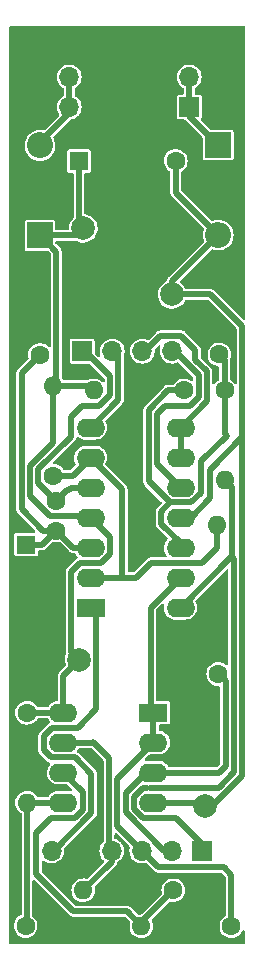
<source format=gbr>
%TF.GenerationSoftware,KiCad,Pcbnew,(6.0.6)*%
%TF.CreationDate,2022-08-15T09:47:57-07:00*%
%TF.ProjectId,ASREnvelope_power,41535245-6e76-4656-9c6f-70655f706f77,rev?*%
%TF.SameCoordinates,PXa16060cPY32056b8*%
%TF.FileFunction,Copper,L1,Top*%
%TF.FilePolarity,Positive*%
%FSLAX46Y46*%
G04 Gerber Fmt 4.6, Leading zero omitted, Abs format (unit mm)*
G04 Created by KiCad (PCBNEW (6.0.6)) date 2022-08-15 09:47:57*
%MOMM*%
%LPD*%
G01*
G04 APERTURE LIST*
%TA.AperFunction,ComponentPad*%
%ADD10C,1.600000*%
%TD*%
%TA.AperFunction,ComponentPad*%
%ADD11O,1.600000X1.600000*%
%TD*%
%TA.AperFunction,ComponentPad*%
%ADD12R,1.700000X1.700000*%
%TD*%
%TA.AperFunction,ComponentPad*%
%ADD13O,1.700000X1.700000*%
%TD*%
%TA.AperFunction,ComponentPad*%
%ADD14R,1.600000X1.600000*%
%TD*%
%TA.AperFunction,ComponentPad*%
%ADD15C,2.000000*%
%TD*%
%TA.AperFunction,ComponentPad*%
%ADD16O,2.400000X1.600000*%
%TD*%
%TA.AperFunction,ComponentPad*%
%ADD17R,2.400000X1.600000*%
%TD*%
%TA.AperFunction,ComponentPad*%
%ADD18O,2.200000X2.200000*%
%TD*%
%TA.AperFunction,ComponentPad*%
%ADD19R,2.200000X2.200000*%
%TD*%
%TA.AperFunction,ViaPad*%
%ADD20C,1.000000*%
%TD*%
%TA.AperFunction,Conductor*%
%ADD21C,0.500000*%
%TD*%
G04 APERTURE END LIST*
D10*
%TO.P,C8,2*%
%TO.N,GND*%
X17711600Y-52369400D03*
%TO.P,C8,1*%
%TO.N,Conn3B*%
X17711600Y-54869400D03*
%TD*%
D11*
%TO.P,R9,2*%
%TO.N,+12*%
X7196000Y-30861000D03*
D10*
%TO.P,R9,1*%
%TO.N,Net-(R6-Pad1)*%
X14816000Y-30861000D03*
%TD*%
D12*
%TO.P,J7,1,Pin_1*%
%TO.N,GateJackB*%
X6200000Y-27533600D03*
D13*
%TO.P,J7,2,Pin_2*%
%TO.N,Conn1B*%
X8740000Y-27533600D03*
%TO.P,J7,3,Pin_3*%
%TO.N,Conn2B*%
X11280000Y-27533600D03*
%TO.P,J7,4,Pin_4*%
%TO.N,Switch2B*%
X13820000Y-27533600D03*
%TD*%
D11*
%TO.P,D1,2,A*%
%TO.N,GND*%
X1455600Y-51536600D03*
D14*
%TO.P,D1,1,K*%
%TO.N,Net-(C1-Pad1)*%
X1455600Y-43916600D03*
%TD*%
D15*
%TO.P,C7,2*%
%TO.N,+12*%
X6300000Y-17145000D03*
%TO.P,C7,1*%
%TO.N,GND*%
X13800000Y-17145000D03*
%TD*%
D11*
%TO.P,R1,2*%
%TO.N,GND*%
X2624000Y-20243800D03*
D10*
%TO.P,R1,1*%
%TO.N,Net-(C1-Pad1)*%
X2624000Y-27863800D03*
%TD*%
D16*
%TO.P,U1,14*%
%TO.N,Switch1B*%
X14521200Y-49255600D03*
%TO.P,U1,13,-*%
%TO.N,OutJackB*%
X14521200Y-46715600D03*
%TO.P,U1,12,+*%
%TO.N,Net-(R6-Pad1)*%
X14521200Y-44175600D03*
%TO.P,U1,11,V-*%
%TO.N,-12*%
X14521200Y-41635600D03*
%TO.P,U1,10,+*%
%TO.N,Switch2B*%
X14521200Y-39095600D03*
%TO.P,U1,9,-*%
%TO.N,Conn2B*%
X14521200Y-36555600D03*
%TO.P,U1,8*%
X14521200Y-34015600D03*
%TO.P,U1,7*%
%TO.N,Conn1B*%
X6901200Y-34015600D03*
%TO.P,U1,6,-*%
%TO.N,Net-(R2-Pad1)*%
X6901200Y-36555600D03*
%TO.P,U1,5,+*%
%TO.N,GateJackB*%
X6901200Y-39095600D03*
%TO.P,U1,4,V+*%
%TO.N,+12*%
X6901200Y-41635600D03*
%TO.P,U1,3,+*%
%TO.N,Net-(C1-Pad1)*%
X6901200Y-44175600D03*
%TO.P,U1,2,-*%
%TO.N,Net-(R2-Pad1)*%
X6901200Y-46715600D03*
D17*
%TO.P,U1,1*%
%TO.N,Switch3B*%
X6901200Y-49255600D03*
%TD*%
D11*
%TO.P,R3,2*%
%TO.N,Net-(R2-Pad1)*%
X17610000Y-42291000D03*
D10*
%TO.P,R3,1*%
%TO.N,GND*%
X17610000Y-49911000D03*
%TD*%
%TO.P,C3,2*%
%TO.N,GND*%
X8426000Y-11430000D03*
D14*
%TO.P,C3,1*%
%TO.N,+12*%
X5926000Y-11430000D03*
%TD*%
D13*
%TO.P,J2,10,Pin_10*%
%TO.N,+12V*%
X5101888Y-4318000D03*
%TO.P,J2,9,Pin_9*%
X5101888Y-6858000D03*
%TO.P,J2,8,Pin_8*%
%TO.N,GND*%
X7641888Y-4318000D03*
%TO.P,J2,7,Pin_7*%
X7641888Y-6858000D03*
%TO.P,J2,6,Pin_6*%
X10181888Y-4318000D03*
%TO.P,J2,5,Pin_5*%
X10181888Y-6858000D03*
%TO.P,J2,4,Pin_4*%
X12721888Y-4318000D03*
%TO.P,J2,3,Pin_3*%
X12721888Y-6858000D03*
%TO.P,J2,2,Pin_2*%
%TO.N,-12V*%
X15261888Y-4318000D03*
D12*
%TO.P,J2,1,Pin_1*%
X15261888Y-6858000D03*
%TD*%
D15*
%TO.P,C5,2*%
%TO.N,+12*%
X5935200Y-53670200D03*
%TO.P,C5,1*%
%TO.N,GND*%
X13435200Y-53670200D03*
%TD*%
D11*
%TO.P,R2,2*%
%TO.N,+12*%
X3741600Y-30454600D03*
D10*
%TO.P,R2,1*%
%TO.N,Net-(R2-Pad1)*%
X3741600Y-38074600D03*
%TD*%
D15*
%TO.P,C6,2*%
%TO.N,GND*%
X6300000Y-22733000D03*
%TO.P,C6,1*%
%TO.N,-12*%
X13800000Y-22733000D03*
%TD*%
D11*
%TO.P,R6,2*%
%TO.N,Switch1B*%
X18270400Y-38481000D03*
D10*
%TO.P,R6,1*%
%TO.N,Net-(R6-Pad1)*%
X18270400Y-30861000D03*
%TD*%
%TO.P,C1,2*%
%TO.N,GateJackB*%
X3995600Y-40228200D03*
%TO.P,C1,1*%
%TO.N,Net-(C1-Pad1)*%
X3995600Y-42728200D03*
%TD*%
D16*
%TO.P,U2,8,V+*%
%TO.N,+12*%
X4605200Y-58140600D03*
%TO.P,U2,7*%
%TO.N,InvOutJackB'*%
X4605200Y-60680600D03*
%TO.P,U2,6,-*%
%TO.N,Net-(R11-Pad2)*%
X4605200Y-63220600D03*
%TO.P,U2,5,+*%
%TO.N,Net-(R10-Pad2)*%
X4605200Y-65760600D03*
%TO.P,U2,4,V-*%
%TO.N,-12*%
X12225200Y-65760600D03*
%TO.P,U2,3,+*%
%TO.N,Conn3B*%
X12225200Y-63220600D03*
%TO.P,U2,2,-*%
%TO.N,OutJackB*%
X12225200Y-60680600D03*
D17*
%TO.P,U2,1*%
X12225200Y-58140600D03*
%TD*%
D13*
%TO.P,J8,6,Pin_6*%
%TO.N,Switch3B*%
X3625000Y-69844250D03*
%TO.P,J8,5,Pin_5*%
%TO.N,GND*%
X6165000Y-69844250D03*
%TO.P,J8,4,Pin_4*%
%TO.N,InvOutJackB'*%
X8705000Y-69844250D03*
%TO.P,J8,3,Pin_3*%
%TO.N,OutJackB*%
X11245000Y-69844250D03*
%TO.P,J8,2,Pin_2*%
%TO.N,Conn3B*%
X13785000Y-69844250D03*
D12*
%TO.P,J8,1,Pin_1*%
%TO.N,Switch1B*%
X16325000Y-69844250D03*
%TD*%
D11*
%TO.P,R13,2*%
%TO.N,InvOutJackB'*%
X6281600Y-73177400D03*
D10*
%TO.P,R13,1*%
%TO.N,Net-(R11-Pad2)*%
X13901600Y-73177400D03*
%TD*%
D11*
%TO.P,R10,2*%
%TO.N,Net-(R10-Pad2)*%
X1526400Y-65760600D03*
D10*
%TO.P,R10,1*%
%TO.N,+12*%
X1526400Y-58140600D03*
%TD*%
D11*
%TO.P,R7,2*%
%TO.N,GND*%
X17813200Y-20193000D03*
D10*
%TO.P,R7,1*%
%TO.N,Net-(R6-Pad1)*%
X17813200Y-27813000D03*
%TD*%
D11*
%TO.P,R12,2*%
%TO.N,GND*%
X9024800Y-76200000D03*
D10*
%TO.P,R12,1*%
%TO.N,Net-(R10-Pad2)*%
X1404800Y-76200000D03*
%TD*%
%TO.P,C2,2*%
%TO.N,-12*%
X14115600Y-11430000D03*
D14*
%TO.P,C2,1*%
%TO.N,GND*%
X11615600Y-11430000D03*
%TD*%
D18*
%TO.P,D3,2,A*%
%TO.N,+12V*%
X2624000Y-10109200D03*
D19*
%TO.P,D3,1,K*%
%TO.N,+12*%
X2624000Y-17729200D03*
%TD*%
D11*
%TO.P,R11,2*%
%TO.N,Net-(R11-Pad2)*%
X11209200Y-76225400D03*
D10*
%TO.P,R11,1*%
%TO.N,OutJackB*%
X18829200Y-76225400D03*
%TD*%
D15*
%TO.P,C4,2*%
%TO.N,GND*%
X16604000Y-58546200D03*
%TO.P,C4,1*%
%TO.N,-12*%
X16604000Y-66046200D03*
%TD*%
D18*
%TO.P,D2,2,A*%
%TO.N,-12*%
X17711600Y-17703800D03*
D19*
%TO.P,D2,1,K*%
%TO.N,-12V*%
X17711600Y-10083800D03*
%TD*%
D20*
%TO.N,GND*%
X15984400Y-55956200D03*
X3335200Y-55956200D03*
%TD*%
D21*
%TO.N,Conn1B*%
X9270000Y-31646800D02*
X6901200Y-34015600D01*
X8976400Y-27533600D02*
X9270000Y-27827200D01*
X9270000Y-27827200D02*
X9270000Y-31646800D01*
%TO.N,GateJackB*%
X8570000Y-29667200D02*
X6436400Y-27533600D01*
X8570000Y-31254767D02*
X8570000Y-29667200D01*
X7617567Y-32207200D02*
X8570000Y-31254767D01*
X6182400Y-32207200D02*
X7617567Y-32207200D01*
X5251200Y-33138400D02*
X6182400Y-32207200D01*
X5251200Y-34760950D02*
X5251200Y-33138400D01*
X2491600Y-37520550D02*
X5251200Y-34760950D01*
X2491600Y-38724200D02*
X2491600Y-37520550D01*
X3995600Y-40228200D02*
X2491600Y-38724200D01*
%TO.N,Conn2B*%
X16766000Y-31770800D02*
X14521200Y-34015600D01*
X16766000Y-29253250D02*
X16766000Y-31770800D01*
X15783600Y-28270850D02*
X16766000Y-29253250D01*
X14594878Y-26233600D02*
X15783600Y-27422322D01*
X15783600Y-27422322D02*
X15783600Y-28270850D01*
X12816400Y-26233600D02*
X14594878Y-26233600D01*
X11516400Y-27533600D02*
X12816400Y-26233600D01*
%TO.N,Switch2B*%
X16066000Y-29543200D02*
X14056400Y-27533600D01*
X16066000Y-31378767D02*
X16066000Y-29543200D01*
X15288367Y-32156400D02*
X16066000Y-31378767D01*
X13243600Y-32156400D02*
X15288367Y-32156400D01*
X12518800Y-32881200D02*
X13243600Y-32156400D01*
X12518800Y-37093200D02*
X12518800Y-32881200D01*
X14521200Y-39095600D02*
X12518800Y-37093200D01*
%TO.N,Net-(C1-Pad1)*%
X1455600Y-43916600D02*
X2807200Y-43916600D01*
X2864230Y-42728200D02*
X1071600Y-40935570D01*
X3995600Y-42728200D02*
X2864230Y-42728200D01*
X5443000Y-44175600D02*
X3995600Y-42728200D01*
X1071600Y-29416200D02*
X2624000Y-27863800D01*
X2807200Y-43916600D02*
X3995600Y-42728200D01*
X6901200Y-44175600D02*
X5443000Y-44175600D01*
X1071600Y-40935570D02*
X1071600Y-29416200D01*
%TO.N,GateJackB*%
X4930000Y-39293800D02*
X5062400Y-39293800D01*
X5062400Y-39293800D02*
X5260600Y-39095600D01*
X3995600Y-40228200D02*
X4930000Y-39293800D01*
X5260600Y-39095600D02*
X6901200Y-39095600D01*
%TO.N,-12V*%
X15261888Y-7634088D02*
X17711600Y-10083800D01*
X15261888Y-6858000D02*
X15261888Y-7634088D01*
X15261888Y-4318000D02*
X15261888Y-6858000D01*
%TO.N,+12V*%
X5101888Y-7402712D02*
X2395400Y-10109200D01*
X5101888Y-6858000D02*
X5101888Y-7402712D01*
X5101888Y-4318000D02*
X5101888Y-6858000D01*
%TO.N,Conn2B*%
X14521200Y-36555600D02*
X14521200Y-34015600D01*
%TO.N,Conn3B*%
X13785000Y-69844250D02*
X13151134Y-69844250D01*
X11607483Y-63220600D02*
X12225200Y-63220600D01*
X9875200Y-64952883D02*
X11607483Y-63220600D01*
X18332400Y-55490200D02*
X17711600Y-54869400D01*
X18332400Y-62661800D02*
X18332400Y-55490200D01*
X12225200Y-63220600D02*
X17773600Y-63220600D01*
X17773600Y-63220600D02*
X18332400Y-62661800D01*
X13151134Y-69844250D02*
X9875200Y-66568316D01*
X9875200Y-66568316D02*
X9875200Y-64952883D01*
%TO.N,OutJackB*%
X12225200Y-58140600D02*
X11985200Y-57900600D01*
X12647750Y-71247000D02*
X11245000Y-69844250D01*
X9175200Y-67774450D02*
X9175200Y-63730600D01*
X11985200Y-57900600D02*
X11985200Y-49251600D01*
X11245000Y-69844250D02*
X9175200Y-67774450D01*
X12225200Y-60680600D02*
X12225200Y-58140600D01*
X18168800Y-71247000D02*
X12647750Y-71247000D01*
X9175200Y-63730600D02*
X12225200Y-60680600D01*
X18829200Y-71907400D02*
X18168800Y-71247000D01*
X11985200Y-49251600D02*
X14521200Y-46715600D01*
X18829200Y-76225400D02*
X18829200Y-71907400D01*
%TO.N,InvOutJackB'*%
X8466000Y-69605250D02*
X8705000Y-69844250D01*
X8705000Y-70754000D02*
X6281600Y-73177400D01*
X4605200Y-60680600D02*
X7043600Y-60680600D01*
X7043600Y-60680600D02*
X7094400Y-60629800D01*
X8466000Y-62001400D02*
X8466000Y-69605250D01*
X7094400Y-60629800D02*
X8466000Y-62001400D01*
X8705000Y-69844250D02*
X8705000Y-70754000D01*
%TO.N,Switch1B*%
X19032400Y-45089200D02*
X19032400Y-63186650D01*
X16325000Y-69844250D02*
X16325000Y-69250801D01*
X10575200Y-65242833D02*
X11307433Y-64510600D01*
X18860000Y-44916800D02*
X14521200Y-49255600D01*
X18270400Y-38481000D02*
X18860000Y-39070600D01*
X17738450Y-64480600D02*
X11896233Y-64480600D01*
X18860000Y-44916800D02*
X18860000Y-39070600D01*
X11307433Y-64510600D02*
X11666400Y-64510600D01*
X19032400Y-63186650D02*
X17738450Y-64480600D01*
X10575200Y-66278367D02*
X10575200Y-65242833D01*
X18860000Y-44916800D02*
X19032400Y-45089200D01*
X14110477Y-67036278D02*
X11333111Y-67036278D01*
X16325000Y-69250801D02*
X14110477Y-67036278D01*
X11333111Y-67036278D02*
X10575200Y-66278367D01*
%TO.N,Switch3B*%
X3625000Y-69844250D02*
X3797500Y-69844250D01*
X6981600Y-66660150D02*
X6981600Y-63311000D01*
X2928800Y-60121800D02*
X3640000Y-59410600D01*
X5824400Y-59410600D02*
X7385200Y-57849800D01*
X6981600Y-63311000D02*
X5601200Y-61930600D01*
X2928800Y-61341000D02*
X2928800Y-60121800D01*
X7385200Y-49739600D02*
X6901200Y-49255600D01*
X3640000Y-59410600D02*
X5824400Y-59410600D01*
X5601200Y-61930600D02*
X3518400Y-61930600D01*
X7385200Y-57849800D02*
X7385200Y-49739600D01*
X3518400Y-61930600D02*
X2928800Y-61341000D01*
X3797500Y-69844250D02*
X6981600Y-66660150D01*
%TO.N,Net-(R2-Pad1)*%
X10747000Y-46715600D02*
X12022000Y-45440600D01*
X8623400Y-46715600D02*
X9436200Y-46715600D01*
X9588600Y-39243000D02*
X9588600Y-46715600D01*
X16365800Y-45465600D02*
X17610000Y-44221400D01*
X17610000Y-44221400D02*
X17610000Y-42291000D01*
X9436200Y-46715600D02*
X9588600Y-46715600D01*
X16340800Y-45440600D02*
X16365800Y-45465600D01*
X6901200Y-36555600D02*
X9588600Y-39243000D01*
X9588600Y-46715600D02*
X10747000Y-46715600D01*
X12022000Y-45440600D02*
X16340800Y-45440600D01*
X6901200Y-46715600D02*
X8623400Y-46715600D01*
X5382200Y-38074600D02*
X3741600Y-38074600D01*
X5382200Y-38074600D02*
X6901200Y-36555600D01*
%TO.N,Net-(R6-Pad1)*%
X16282706Y-39501861D02*
X16282706Y-36861894D01*
X12871200Y-42153367D02*
X12871200Y-41117833D01*
X11818800Y-38560967D02*
X13603433Y-40345600D01*
X11818800Y-38560967D02*
X11818800Y-32486600D01*
X18270400Y-28270200D02*
X17813200Y-27813000D01*
X12871200Y-41117833D02*
X13643433Y-40345600D01*
X18270400Y-30861000D02*
X18270400Y-28270200D01*
X11818800Y-32486600D02*
X13495200Y-30810200D01*
X18270400Y-34569400D02*
X18270400Y-30861000D01*
X15438967Y-40345600D02*
X16282706Y-39501861D01*
X18422800Y-34721800D02*
X18270400Y-34569400D01*
X13603433Y-40345600D02*
X13643433Y-40345600D01*
X14521200Y-44175600D02*
X14521200Y-43803367D01*
X16282706Y-36861894D02*
X18422800Y-34721800D01*
X14521200Y-43803367D02*
X12871200Y-42153367D01*
X13495200Y-30810200D02*
X14816000Y-30810200D01*
X13643433Y-40345600D02*
X15438967Y-40345600D01*
%TO.N,Net-(R10-Pad2)*%
X1526400Y-65760600D02*
X1526400Y-75773600D01*
X1526400Y-75773600D02*
X1100000Y-76200000D01*
X4605200Y-65760600D02*
X1526400Y-65760600D01*
%TO.N,Net-(R11-Pad2)*%
X2319200Y-71817155D02*
X2319200Y-68300600D01*
X6281600Y-66370200D02*
X6281600Y-64897000D01*
X13901600Y-73177400D02*
X11209200Y-75869800D01*
X9984600Y-74950000D02*
X5452045Y-74950000D01*
X11209200Y-75869800D02*
X11209200Y-76174600D01*
X3589200Y-67030600D02*
X5621200Y-67030600D01*
X2319200Y-68300600D02*
X3589200Y-67030600D01*
X5452045Y-74950000D02*
X2319200Y-71817155D01*
X11209200Y-76174600D02*
X9984600Y-74950000D01*
X6281600Y-64897000D02*
X4605200Y-63220600D01*
X5621200Y-67030600D02*
X6281600Y-66370200D01*
%TO.N,-12*%
X15369800Y-41635600D02*
X17000400Y-40005000D01*
X17000400Y-40005000D02*
X16982706Y-39987306D01*
X12774000Y-65770600D02*
X16867200Y-65770600D01*
X14521200Y-41635600D02*
X15369800Y-41635600D01*
X13800000Y-22733000D02*
X17040967Y-22733000D01*
X14115600Y-14107800D02*
X17711600Y-17703800D01*
X13800000Y-21615400D02*
X13800000Y-22733000D01*
X17152800Y-66056200D02*
X19743600Y-63465400D01*
X17711600Y-17703800D02*
X13800000Y-21615400D01*
X16982706Y-37584294D02*
X19743600Y-34823400D01*
X19743600Y-25435633D02*
X17040967Y-22733000D01*
X16982706Y-39987306D02*
X16982706Y-37584294D01*
X16867200Y-65770600D02*
X17152800Y-66056200D01*
X19743600Y-63465400D02*
X19743600Y-34823400D01*
X14115600Y-11430000D02*
X14115600Y-14107800D01*
X19743600Y-34823400D02*
X19743600Y-25435633D01*
%TO.N,+12*%
X5926000Y-16771000D02*
X6300000Y-17145000D01*
X3436800Y-41478200D02*
X1771600Y-39813000D01*
X6008433Y-45440600D02*
X5251200Y-46197833D01*
X8551200Y-43285600D02*
X8551200Y-44693367D01*
X3741600Y-35280600D02*
X3741600Y-30454600D01*
X5926000Y-11430000D02*
X5926000Y-16771000D01*
X3436800Y-41478200D02*
X6743800Y-41478200D01*
X4006800Y-19112000D02*
X4006800Y-29681400D01*
X6743800Y-41478200D02*
X6901200Y-41635600D01*
X4006800Y-29681400D02*
X3182800Y-30505400D01*
X4605200Y-58140600D02*
X4605200Y-55000200D01*
X5251200Y-46197833D02*
X5251200Y-52986200D01*
X3335200Y-30454600D02*
X6840400Y-30454600D01*
X5715800Y-17729200D02*
X6300000Y-17145000D01*
X5251200Y-52986200D02*
X5935200Y-53670200D01*
X2624000Y-17729200D02*
X4006800Y-19112000D01*
X8551200Y-44693367D02*
X7803967Y-45440600D01*
X4605200Y-55000200D02*
X5935200Y-53670200D01*
X2395400Y-17729200D02*
X5715800Y-17729200D01*
X1771600Y-37250600D02*
X3741600Y-35280600D01*
X1771600Y-39813000D02*
X1771600Y-37250600D01*
X7803967Y-45440600D02*
X6008433Y-45440600D01*
X6901200Y-41635600D02*
X8551200Y-43285600D01*
X4605200Y-58140600D02*
X1526400Y-58140600D01*
X6840400Y-30454600D02*
X7196000Y-30810200D01*
%TD*%
%TA.AperFunction,Conductor*%
%TO.N,GND*%
G36*
X19941121Y-21002D02*
G01*
X19987614Y-74658D01*
X19999000Y-127000D01*
X19999000Y-24749740D01*
X19978998Y-24817861D01*
X19925342Y-24864354D01*
X19855068Y-24874458D01*
X19790488Y-24844964D01*
X19783905Y-24838835D01*
X17383720Y-22438650D01*
X17373866Y-22427561D01*
X17358674Y-22408291D01*
X17358672Y-22408289D01*
X17352839Y-22400890D01*
X17345092Y-22395535D01*
X17345090Y-22395534D01*
X17304592Y-22367545D01*
X17301370Y-22365243D01*
X17261725Y-22335960D01*
X17261724Y-22335959D01*
X17254151Y-22330366D01*
X17247335Y-22327973D01*
X17241398Y-22323869D01*
X17232418Y-22321029D01*
X17232416Y-22321028D01*
X17212250Y-22314650D01*
X17185448Y-22306174D01*
X17181717Y-22304929D01*
X17135230Y-22288604D01*
X17135228Y-22288604D01*
X17126336Y-22285481D01*
X17119148Y-22285199D01*
X17119089Y-22285188D01*
X17112237Y-22283020D01*
X17105630Y-22282500D01*
X17052951Y-22282500D01*
X17048004Y-22282403D01*
X16990973Y-22280162D01*
X16983867Y-22282046D01*
X16975620Y-22282500D01*
X14994825Y-22282500D01*
X14926704Y-22262498D01*
X14881819Y-22212228D01*
X14830535Y-22108234D01*
X14827980Y-22103053D01*
X14695967Y-21926267D01*
X14533949Y-21776499D01*
X14509161Y-21760859D01*
X14462222Y-21707592D01*
X14451533Y-21637405D01*
X14480487Y-21572581D01*
X14487301Y-21565202D01*
X17105099Y-18947404D01*
X17167411Y-18913378D01*
X17238226Y-18918443D01*
X17247444Y-18922304D01*
X17265104Y-18930539D01*
X17270412Y-18931961D01*
X17270414Y-18931962D01*
X17479593Y-18988011D01*
X17479595Y-18988011D01*
X17484908Y-18989435D01*
X17711600Y-19009268D01*
X17938292Y-18989435D01*
X17943605Y-18988011D01*
X17943607Y-18988011D01*
X18152786Y-18931962D01*
X18152788Y-18931961D01*
X18158096Y-18930539D01*
X18184036Y-18918443D01*
X18359353Y-18836691D01*
X18359356Y-18836689D01*
X18364334Y-18834368D01*
X18550739Y-18703847D01*
X18711647Y-18542939D01*
X18842168Y-18356534D01*
X18845686Y-18348991D01*
X18936016Y-18155278D01*
X18936017Y-18155276D01*
X18938339Y-18150296D01*
X18940716Y-18141427D01*
X18995811Y-17935807D01*
X18995811Y-17935805D01*
X18997235Y-17930492D01*
X19017068Y-17703800D01*
X18997235Y-17477108D01*
X18938339Y-17257304D01*
X18930104Y-17239644D01*
X18844491Y-17056047D01*
X18844489Y-17056044D01*
X18842168Y-17051066D01*
X18711647Y-16864661D01*
X18550739Y-16703753D01*
X18364334Y-16573232D01*
X18359356Y-16570911D01*
X18359353Y-16570909D01*
X18163078Y-16479384D01*
X18163076Y-16479383D01*
X18158096Y-16477061D01*
X18152788Y-16475639D01*
X18152786Y-16475638D01*
X17943607Y-16419589D01*
X17943605Y-16419589D01*
X17938292Y-16418165D01*
X17711600Y-16398332D01*
X17484908Y-16418165D01*
X17479595Y-16419589D01*
X17479593Y-16419589D01*
X17270414Y-16475638D01*
X17270412Y-16475639D01*
X17265104Y-16477061D01*
X17260124Y-16479383D01*
X17260122Y-16479384D01*
X17247444Y-16485296D01*
X17177252Y-16495957D01*
X17112440Y-16466977D01*
X17105099Y-16460196D01*
X14603005Y-13958102D01*
X14568979Y-13895790D01*
X14566100Y-13869007D01*
X14566100Y-12400900D01*
X14586102Y-12332779D01*
X14635290Y-12288434D01*
X14648786Y-12281617D01*
X14648788Y-12281616D01*
X14654289Y-12278837D01*
X14808903Y-12158040D01*
X14838684Y-12123539D01*
X14933085Y-12014173D01*
X14933085Y-12014172D01*
X14937109Y-12009511D01*
X15034025Y-11838909D01*
X15095958Y-11652732D01*
X15120549Y-11458071D01*
X15120941Y-11430000D01*
X15101794Y-11234728D01*
X15100013Y-11228829D01*
X15100012Y-11228824D01*
X15046865Y-11052793D01*
X15045084Y-11046894D01*
X14952970Y-10873653D01*
X14828961Y-10721602D01*
X14677780Y-10596535D01*
X14505185Y-10503213D01*
X14411469Y-10474203D01*
X14323639Y-10447015D01*
X14323636Y-10447014D01*
X14317752Y-10445193D01*
X14311627Y-10444549D01*
X14311626Y-10444549D01*
X14128747Y-10425327D01*
X14128746Y-10425327D01*
X14122619Y-10424683D01*
X13999983Y-10435844D01*
X13933359Y-10441907D01*
X13933358Y-10441907D01*
X13927218Y-10442466D01*
X13921304Y-10444207D01*
X13921302Y-10444207D01*
X13804592Y-10478557D01*
X13738993Y-10497864D01*
X13733528Y-10500721D01*
X13570572Y-10585912D01*
X13570568Y-10585915D01*
X13565112Y-10588767D01*
X13560312Y-10592627D01*
X13560311Y-10592627D01*
X13545937Y-10604184D01*
X13412200Y-10711711D01*
X13286080Y-10862016D01*
X13283116Y-10867408D01*
X13283113Y-10867412D01*
X13241104Y-10943827D01*
X13191556Y-11033954D01*
X13132228Y-11220978D01*
X13110357Y-11415963D01*
X13126775Y-11611483D01*
X13180858Y-11800091D01*
X13183676Y-11805574D01*
X13267723Y-11969113D01*
X13267726Y-11969117D01*
X13270544Y-11974601D01*
X13392418Y-12128369D01*
X13397111Y-12132363D01*
X13397112Y-12132364D01*
X13527769Y-12243561D01*
X13541838Y-12255535D01*
X13600571Y-12288360D01*
X13650276Y-12339052D01*
X13665100Y-12398347D01*
X13665100Y-14073580D01*
X13664227Y-14088389D01*
X13660236Y-14122110D01*
X13661928Y-14131374D01*
X13661928Y-14131375D01*
X13670772Y-14179801D01*
X13671422Y-14183704D01*
X13680151Y-14241762D01*
X13683279Y-14248275D01*
X13684575Y-14255373D01*
X13711625Y-14307447D01*
X13713368Y-14310937D01*
X13738791Y-14363879D01*
X13743677Y-14369165D01*
X13743710Y-14369213D01*
X13747021Y-14375588D01*
X13751325Y-14380628D01*
X13788552Y-14417855D01*
X13791981Y-14421420D01*
X13830746Y-14463356D01*
X13837105Y-14467049D01*
X13843263Y-14472566D01*
X16467996Y-17097299D01*
X16502022Y-17159611D01*
X16496957Y-17230426D01*
X16493096Y-17239644D01*
X16484861Y-17257304D01*
X16425965Y-17477108D01*
X16406132Y-17703800D01*
X16425965Y-17930492D01*
X16427389Y-17935805D01*
X16427389Y-17935807D01*
X16482485Y-18141427D01*
X16484861Y-18150296D01*
X16487183Y-18155276D01*
X16487184Y-18155278D01*
X16493096Y-18167956D01*
X16503757Y-18238148D01*
X16474777Y-18302960D01*
X16467996Y-18310301D01*
X13505650Y-21272647D01*
X13494561Y-21282501D01*
X13475291Y-21297693D01*
X13475289Y-21297695D01*
X13467890Y-21303528D01*
X13462535Y-21311275D01*
X13462534Y-21311277D01*
X13434545Y-21351775D01*
X13432250Y-21354987D01*
X13397366Y-21402216D01*
X13394973Y-21409032D01*
X13390869Y-21414969D01*
X13388029Y-21423949D01*
X13388028Y-21423951D01*
X13373182Y-21470895D01*
X13371929Y-21474650D01*
X13352481Y-21530031D01*
X13352199Y-21537219D01*
X13352188Y-21537278D01*
X13350020Y-21544130D01*
X13349500Y-21550737D01*
X13349500Y-21551067D01*
X13348399Y-21556716D01*
X13315735Y-21619752D01*
X13281229Y-21644704D01*
X13280957Y-21644804D01*
X13091341Y-21757614D01*
X12925457Y-21903090D01*
X12788863Y-22076360D01*
X12686131Y-22271620D01*
X12620703Y-22482333D01*
X12594770Y-22701440D01*
X12609200Y-22921604D01*
X12663511Y-23135452D01*
X12755883Y-23335821D01*
X12883222Y-23516002D01*
X13041264Y-23669961D01*
X13046060Y-23673166D01*
X13046063Y-23673168D01*
X13130261Y-23729427D01*
X13224717Y-23792540D01*
X13230020Y-23794818D01*
X13230023Y-23794820D01*
X13422129Y-23877355D01*
X13427436Y-23879635D01*
X13507088Y-23897658D01*
X13636995Y-23927054D01*
X13637001Y-23927055D01*
X13642632Y-23928329D01*
X13648403Y-23928556D01*
X13648405Y-23928556D01*
X13716211Y-23931220D01*
X13863098Y-23936991D01*
X13972275Y-23921161D01*
X14075738Y-23906160D01*
X14075743Y-23906159D01*
X14081452Y-23905331D01*
X14086916Y-23903476D01*
X14086921Y-23903475D01*
X14284907Y-23836268D01*
X14284912Y-23836266D01*
X14290379Y-23834410D01*
X14482884Y-23726602D01*
X14652518Y-23585518D01*
X14793602Y-23415884D01*
X14887659Y-23247933D01*
X14938396Y-23198272D01*
X14997593Y-23183500D01*
X16802174Y-23183500D01*
X16870295Y-23203502D01*
X16891269Y-23220405D01*
X19256195Y-25585331D01*
X19290221Y-25647643D01*
X19293100Y-25674426D01*
X19293100Y-30178041D01*
X19273098Y-30246162D01*
X19219442Y-30292655D01*
X19149168Y-30302759D01*
X19084588Y-30273265D01*
X19069460Y-30257681D01*
X18983761Y-30152602D01*
X18832580Y-30027535D01*
X18827155Y-30024602D01*
X18827151Y-30024599D01*
X18786971Y-30002873D01*
X18736562Y-29952878D01*
X18720900Y-29892038D01*
X18720900Y-28304419D01*
X18721773Y-28289610D01*
X18725764Y-28255889D01*
X18726830Y-28256015D01*
X18733402Y-28222500D01*
X18731625Y-28221909D01*
X18791611Y-28041584D01*
X18793558Y-28035732D01*
X18818149Y-27841071D01*
X18818541Y-27813000D01*
X18799394Y-27617728D01*
X18797613Y-27611829D01*
X18797612Y-27611824D01*
X18744465Y-27435793D01*
X18742684Y-27429894D01*
X18650570Y-27256653D01*
X18526561Y-27104602D01*
X18375380Y-26979535D01*
X18202785Y-26886213D01*
X18109069Y-26857203D01*
X18021239Y-26830015D01*
X18021236Y-26830014D01*
X18015352Y-26828193D01*
X18009227Y-26827549D01*
X18009226Y-26827549D01*
X17826347Y-26808327D01*
X17826346Y-26808327D01*
X17820219Y-26807683D01*
X17697583Y-26818844D01*
X17630959Y-26824907D01*
X17630958Y-26824907D01*
X17624818Y-26825466D01*
X17618904Y-26827207D01*
X17618902Y-26827207D01*
X17510737Y-26859042D01*
X17436593Y-26880864D01*
X17431128Y-26883721D01*
X17268172Y-26968912D01*
X17268168Y-26968915D01*
X17262712Y-26971767D01*
X17257912Y-26975627D01*
X17257911Y-26975627D01*
X17223526Y-27003273D01*
X17109800Y-27094711D01*
X16983680Y-27245016D01*
X16980716Y-27250408D01*
X16980713Y-27250412D01*
X16934374Y-27334703D01*
X16889156Y-27416954D01*
X16829828Y-27603978D01*
X16807957Y-27798963D01*
X16824375Y-27994483D01*
X16878458Y-28183091D01*
X16881276Y-28188574D01*
X16965323Y-28352113D01*
X16965326Y-28352117D01*
X16968144Y-28357601D01*
X17090018Y-28511369D01*
X17094711Y-28515363D01*
X17094712Y-28515364D01*
X17200916Y-28605750D01*
X17239438Y-28638535D01*
X17244816Y-28641541D01*
X17244818Y-28641542D01*
X17307485Y-28676565D01*
X17410713Y-28734257D01*
X17597318Y-28794889D01*
X17649430Y-28801103D01*
X17708819Y-28808185D01*
X17774092Y-28836113D01*
X17813905Y-28894896D01*
X17819900Y-28933299D01*
X17819900Y-29891186D01*
X17799898Y-29959307D01*
X17752277Y-30002847D01*
X17719912Y-30019767D01*
X17715111Y-30023627D01*
X17715108Y-30023629D01*
X17670658Y-30059368D01*
X17567000Y-30142711D01*
X17440880Y-30293016D01*
X17439350Y-30291732D01*
X17391484Y-30330828D01*
X17320945Y-30338882D01*
X17257250Y-30307521D01*
X17220622Y-30246703D01*
X17216500Y-30214739D01*
X17216500Y-29287469D01*
X17217373Y-29272660D01*
X17220257Y-29248291D01*
X17221364Y-29238939D01*
X17219672Y-29229676D01*
X17219672Y-29229669D01*
X17210825Y-29181232D01*
X17210174Y-29177325D01*
X17202850Y-29128606D01*
X17202850Y-29128605D01*
X17201449Y-29119288D01*
X17198321Y-29112775D01*
X17197025Y-29105677D01*
X17169972Y-29053597D01*
X17168223Y-29050095D01*
X17146887Y-29005663D01*
X17146886Y-29005662D01*
X17142809Y-28997171D01*
X17137923Y-28991886D01*
X17137892Y-28991839D01*
X17134579Y-28985461D01*
X17130275Y-28980422D01*
X17093048Y-28943195D01*
X17089618Y-28939629D01*
X17057246Y-28904609D01*
X17050854Y-28897694D01*
X17044495Y-28894001D01*
X17038337Y-28888484D01*
X16271005Y-28121152D01*
X16236979Y-28058840D01*
X16234100Y-28032057D01*
X16234100Y-27456542D01*
X16234973Y-27441733D01*
X16237857Y-27417365D01*
X16238964Y-27408012D01*
X16237272Y-27398748D01*
X16237272Y-27398744D01*
X16228427Y-27350311D01*
X16227778Y-27346410D01*
X16220451Y-27297677D01*
X16220449Y-27297669D01*
X16219049Y-27288360D01*
X16215923Y-27281850D01*
X16214626Y-27274749D01*
X16201984Y-27250412D01*
X16187582Y-27222685D01*
X16185814Y-27219147D01*
X16164486Y-27174733D01*
X16160409Y-27166243D01*
X16155522Y-27160957D01*
X16155495Y-27160917D01*
X16152180Y-27154534D01*
X16147875Y-27149494D01*
X16110648Y-27112267D01*
X16107218Y-27108701D01*
X16090719Y-27090852D01*
X16068454Y-27066766D01*
X16062095Y-27063073D01*
X16055937Y-27057556D01*
X14937631Y-25939250D01*
X14927777Y-25928161D01*
X14912585Y-25908891D01*
X14912583Y-25908889D01*
X14906750Y-25901490D01*
X14899003Y-25896135D01*
X14899001Y-25896134D01*
X14860209Y-25869324D01*
X14858493Y-25868138D01*
X14855281Y-25865843D01*
X14815636Y-25836560D01*
X14815635Y-25836559D01*
X14808062Y-25830966D01*
X14801246Y-25828573D01*
X14795309Y-25824469D01*
X14786329Y-25821629D01*
X14786327Y-25821628D01*
X14766161Y-25815250D01*
X14739359Y-25806774D01*
X14735628Y-25805529D01*
X14689141Y-25789204D01*
X14689139Y-25789204D01*
X14680247Y-25786081D01*
X14673059Y-25785799D01*
X14673000Y-25785788D01*
X14666148Y-25783620D01*
X14659541Y-25783100D01*
X14606862Y-25783100D01*
X14601915Y-25783003D01*
X14544884Y-25780762D01*
X14537778Y-25782646D01*
X14529531Y-25783100D01*
X12850620Y-25783100D01*
X12835811Y-25782227D01*
X12811443Y-25779343D01*
X12802090Y-25778236D01*
X12792826Y-25779928D01*
X12792822Y-25779928D01*
X12744389Y-25788773D01*
X12740488Y-25789422D01*
X12691755Y-25796749D01*
X12691747Y-25796751D01*
X12682438Y-25798151D01*
X12675928Y-25801277D01*
X12668827Y-25802574D01*
X12660472Y-25806914D01*
X12616763Y-25829618D01*
X12613225Y-25831386D01*
X12612359Y-25831802D01*
X12560321Y-25856791D01*
X12555040Y-25861674D01*
X12554988Y-25861709D01*
X12548612Y-25865020D01*
X12543572Y-25869324D01*
X12506333Y-25906563D01*
X12502768Y-25909992D01*
X12460844Y-25948746D01*
X12457151Y-25955103D01*
X12451644Y-25961252D01*
X11861485Y-26551411D01*
X11799173Y-26585437D01*
X11728358Y-26580372D01*
X11712463Y-26573153D01*
X11694475Y-26563427D01*
X11694470Y-26563425D01*
X11689055Y-26560497D01*
X11492254Y-26499577D01*
X11486129Y-26498933D01*
X11486128Y-26498933D01*
X11293498Y-26478687D01*
X11293496Y-26478687D01*
X11287369Y-26478043D01*
X11200529Y-26485946D01*
X11088342Y-26496155D01*
X11088339Y-26496156D01*
X11082203Y-26496714D01*
X10884572Y-26554880D01*
X10702002Y-26650326D01*
X10697201Y-26654186D01*
X10697198Y-26654188D01*
X10659995Y-26684100D01*
X10541447Y-26779415D01*
X10409024Y-26937230D01*
X10406056Y-26942628D01*
X10406053Y-26942633D01*
X10317011Y-27104602D01*
X10309776Y-27117762D01*
X10247484Y-27314132D01*
X10246798Y-27320249D01*
X10246797Y-27320253D01*
X10233171Y-27441733D01*
X10224520Y-27518862D01*
X10225036Y-27525006D01*
X10240621Y-27710597D01*
X10241759Y-27724153D01*
X10243458Y-27730078D01*
X10296287Y-27914314D01*
X10298544Y-27922186D01*
X10301359Y-27927663D01*
X10301360Y-27927666D01*
X10389897Y-28099941D01*
X10392712Y-28105418D01*
X10520677Y-28266870D01*
X10525370Y-28270864D01*
X10525371Y-28270865D01*
X10632965Y-28362434D01*
X10677564Y-28400391D01*
X10857398Y-28500897D01*
X10928819Y-28524103D01*
X11047471Y-28562656D01*
X11047475Y-28562657D01*
X11053329Y-28564559D01*
X11257894Y-28588951D01*
X11264029Y-28588479D01*
X11264031Y-28588479D01*
X11336625Y-28582893D01*
X11463300Y-28573146D01*
X11469230Y-28571490D01*
X11469232Y-28571490D01*
X11655797Y-28519400D01*
X11655796Y-28519400D01*
X11661725Y-28517745D01*
X11667214Y-28514972D01*
X11667220Y-28514970D01*
X11840116Y-28427633D01*
X11845610Y-28424858D01*
X12007951Y-28298024D01*
X12066611Y-28230066D01*
X12138540Y-28146734D01*
X12138540Y-28146733D01*
X12142564Y-28142072D01*
X12162920Y-28106240D01*
X12201036Y-28039142D01*
X12244323Y-27962944D01*
X12309351Y-27767463D01*
X12335171Y-27563074D01*
X12335583Y-27533600D01*
X12325136Y-27427054D01*
X12338395Y-27357306D01*
X12361440Y-27325663D01*
X12614583Y-27072520D01*
X12676895Y-27038494D01*
X12747710Y-27043559D01*
X12804546Y-27086106D01*
X12829357Y-27152626D01*
X12823780Y-27199711D01*
X12787484Y-27314132D01*
X12786798Y-27320249D01*
X12786797Y-27320253D01*
X12773171Y-27441733D01*
X12764520Y-27518862D01*
X12765036Y-27525006D01*
X12780621Y-27710597D01*
X12781759Y-27724153D01*
X12783458Y-27730078D01*
X12836287Y-27914314D01*
X12838544Y-27922186D01*
X12841359Y-27927663D01*
X12841360Y-27927666D01*
X12929897Y-28099941D01*
X12932712Y-28105418D01*
X13060677Y-28266870D01*
X13065370Y-28270864D01*
X13065371Y-28270865D01*
X13172965Y-28362434D01*
X13217564Y-28400391D01*
X13397398Y-28500897D01*
X13468819Y-28524103D01*
X13587471Y-28562656D01*
X13587475Y-28562657D01*
X13593329Y-28564559D01*
X13797894Y-28588951D01*
X13804029Y-28588479D01*
X13804031Y-28588479D01*
X13876625Y-28582893D01*
X14003300Y-28573146D01*
X14009230Y-28571490D01*
X14009232Y-28571490D01*
X14195797Y-28519400D01*
X14195796Y-28519400D01*
X14201725Y-28517745D01*
X14207218Y-28514970D01*
X14207224Y-28514968D01*
X14254334Y-28491171D01*
X14324156Y-28478311D01*
X14389847Y-28505241D01*
X14400239Y-28514542D01*
X15578595Y-29692898D01*
X15612621Y-29755210D01*
X15615500Y-29781993D01*
X15615500Y-29956099D01*
X15595498Y-30024220D01*
X15541842Y-30070713D01*
X15471568Y-30080817D01*
X15409186Y-30053185D01*
X15398020Y-30043948D01*
X15378180Y-30027535D01*
X15205585Y-29934213D01*
X15089417Y-29898253D01*
X15024039Y-29878015D01*
X15024036Y-29878014D01*
X15018152Y-29876193D01*
X15012027Y-29875549D01*
X15012026Y-29875549D01*
X14829147Y-29856327D01*
X14829146Y-29856327D01*
X14823019Y-29855683D01*
X14700383Y-29866844D01*
X14633759Y-29872907D01*
X14633758Y-29872907D01*
X14627618Y-29873466D01*
X14621704Y-29875207D01*
X14621702Y-29875207D01*
X14517101Y-29905993D01*
X14439393Y-29928864D01*
X14433928Y-29931721D01*
X14270972Y-30016912D01*
X14270968Y-30016915D01*
X14265512Y-30019767D01*
X14260712Y-30023627D01*
X14260711Y-30023627D01*
X14226326Y-30051273D01*
X14112600Y-30142711D01*
X13986480Y-30293016D01*
X13983513Y-30298413D01*
X13980029Y-30303501D01*
X13977974Y-30302094D01*
X13935398Y-30344446D01*
X13875304Y-30359700D01*
X13529420Y-30359700D01*
X13514611Y-30358827D01*
X13490243Y-30355943D01*
X13480890Y-30354836D01*
X13471626Y-30356528D01*
X13471622Y-30356528D01*
X13423189Y-30365373D01*
X13419288Y-30366022D01*
X13370555Y-30373349D01*
X13370547Y-30373351D01*
X13361238Y-30374751D01*
X13354728Y-30377877D01*
X13347627Y-30379174D01*
X13339272Y-30383514D01*
X13295563Y-30406218D01*
X13292025Y-30407986D01*
X13247611Y-30429314D01*
X13239121Y-30433391D01*
X13233840Y-30438274D01*
X13233788Y-30438309D01*
X13227412Y-30441620D01*
X13222372Y-30445924D01*
X13220618Y-30447678D01*
X13185123Y-30483174D01*
X13181553Y-30486606D01*
X13146563Y-30518949D01*
X13146559Y-30518954D01*
X13139644Y-30525346D01*
X13135952Y-30531703D01*
X13130440Y-30537856D01*
X11524449Y-32143848D01*
X11513360Y-32153703D01*
X11486690Y-32174728D01*
X11481335Y-32182475D01*
X11481334Y-32182477D01*
X11453345Y-32222975D01*
X11451050Y-32226187D01*
X11416166Y-32273416D01*
X11413773Y-32280232D01*
X11409669Y-32286169D01*
X11406829Y-32295149D01*
X11406828Y-32295151D01*
X11391982Y-32342095D01*
X11390729Y-32345850D01*
X11371281Y-32401231D01*
X11370999Y-32408419D01*
X11370988Y-32408478D01*
X11368820Y-32415330D01*
X11368300Y-32421937D01*
X11368300Y-32474616D01*
X11368203Y-32479562D01*
X11365962Y-32536594D01*
X11367846Y-32543700D01*
X11368300Y-32551947D01*
X11368300Y-38526747D01*
X11367427Y-38541556D01*
X11363436Y-38575277D01*
X11365128Y-38584541D01*
X11365128Y-38584542D01*
X11373972Y-38632968D01*
X11374622Y-38636871D01*
X11378593Y-38663279D01*
X11383351Y-38694929D01*
X11386479Y-38701442D01*
X11387775Y-38708540D01*
X11414825Y-38760614D01*
X11416568Y-38764104D01*
X11441991Y-38817046D01*
X11446877Y-38822332D01*
X11446910Y-38822380D01*
X11450221Y-38828755D01*
X11454525Y-38833795D01*
X11491752Y-38871022D01*
X11495181Y-38874587D01*
X11533946Y-38916523D01*
X11540305Y-38920216D01*
X11546463Y-38925733D01*
X12897235Y-40276505D01*
X12931261Y-40338817D01*
X12926196Y-40409632D01*
X12897235Y-40454695D01*
X12576850Y-40775080D01*
X12565761Y-40784934D01*
X12546491Y-40800126D01*
X12546489Y-40800128D01*
X12539090Y-40805961D01*
X12533735Y-40813708D01*
X12533734Y-40813710D01*
X12505745Y-40854208D01*
X12503450Y-40857420D01*
X12468566Y-40904649D01*
X12466173Y-40911465D01*
X12462069Y-40917402D01*
X12459229Y-40926382D01*
X12459228Y-40926384D01*
X12444382Y-40973328D01*
X12443129Y-40977083D01*
X12432423Y-41007571D01*
X12423681Y-41032464D01*
X12423399Y-41039652D01*
X12423388Y-41039711D01*
X12421220Y-41046563D01*
X12420700Y-41053170D01*
X12420700Y-41105849D01*
X12420603Y-41110795D01*
X12418362Y-41167827D01*
X12420246Y-41174933D01*
X12420700Y-41183180D01*
X12420700Y-42119147D01*
X12419827Y-42133956D01*
X12415836Y-42167677D01*
X12417528Y-42176941D01*
X12417528Y-42176942D01*
X12426372Y-42225368D01*
X12427022Y-42229271D01*
X12434193Y-42276963D01*
X12435751Y-42287329D01*
X12438879Y-42293842D01*
X12440175Y-42300940D01*
X12467225Y-42353014D01*
X12468968Y-42356504D01*
X12494391Y-42409446D01*
X12499277Y-42414732D01*
X12499310Y-42414780D01*
X12502621Y-42421155D01*
X12506925Y-42426195D01*
X12544152Y-42463422D01*
X12547581Y-42466987D01*
X12586346Y-42508923D01*
X12592705Y-42512616D01*
X12598863Y-42518133D01*
X13389304Y-43308574D01*
X13423330Y-43370886D01*
X13418265Y-43441701D01*
X13393097Y-43481933D01*
X13392929Y-43482077D01*
X13268352Y-43642681D01*
X13178613Y-43825055D01*
X13177004Y-43831233D01*
X13177003Y-43831235D01*
X13150803Y-43931820D01*
X13127378Y-44021748D01*
X13124760Y-44071700D01*
X13117626Y-44207846D01*
X13116741Y-44224726D01*
X13147135Y-44425697D01*
X13217319Y-44616452D01*
X13220679Y-44621872D01*
X13220680Y-44621873D01*
X13321063Y-44783776D01*
X13321066Y-44783780D01*
X13324426Y-44789199D01*
X13324526Y-44789305D01*
X13349433Y-44853395D01*
X13335291Y-44922969D01*
X13285780Y-44973852D01*
X13223889Y-44990100D01*
X12056219Y-44990100D01*
X12041410Y-44989227D01*
X12038593Y-44988894D01*
X12007689Y-44985236D01*
X11998426Y-44986928D01*
X11998419Y-44986928D01*
X11949982Y-44995775D01*
X11946083Y-44996425D01*
X11938997Y-44997490D01*
X11897356Y-45003750D01*
X11897355Y-45003750D01*
X11888038Y-45005151D01*
X11881525Y-45008279D01*
X11874427Y-45009575D01*
X11822347Y-45036628D01*
X11818845Y-45038377D01*
X11774413Y-45059713D01*
X11765921Y-45063791D01*
X11760636Y-45068677D01*
X11760589Y-45068708D01*
X11754211Y-45072021D01*
X11749172Y-45076325D01*
X11711945Y-45113552D01*
X11708380Y-45116981D01*
X11666444Y-45155746D01*
X11662751Y-45162105D01*
X11657234Y-45168263D01*
X10597302Y-46228195D01*
X10534990Y-46262221D01*
X10508207Y-46265100D01*
X10165100Y-46265100D01*
X10096979Y-46245098D01*
X10050486Y-46191442D01*
X10039100Y-46139100D01*
X10039100Y-39277220D01*
X10039973Y-39262411D01*
X10042857Y-39238043D01*
X10043964Y-39228690D01*
X10042272Y-39219426D01*
X10042272Y-39219422D01*
X10033427Y-39170989D01*
X10032778Y-39167088D01*
X10025451Y-39118355D01*
X10025449Y-39118347D01*
X10024049Y-39109038D01*
X10020923Y-39102528D01*
X10019626Y-39095427D01*
X10011468Y-39079721D01*
X9992582Y-39043363D01*
X9990814Y-39039825D01*
X9969486Y-38995411D01*
X9965409Y-38986921D01*
X9960526Y-38981640D01*
X9960491Y-38981588D01*
X9957180Y-38975212D01*
X9952876Y-38970172D01*
X9915636Y-38932932D01*
X9912206Y-38929366D01*
X9879847Y-38894360D01*
X9873454Y-38887444D01*
X9867097Y-38883752D01*
X9860943Y-38878239D01*
X9031405Y-38048701D01*
X8190520Y-37207817D01*
X8156495Y-37145505D01*
X8161559Y-37074690D01*
X8166560Y-37063093D01*
X8240967Y-36911876D01*
X8243787Y-36906145D01*
X8254127Y-36866451D01*
X8293412Y-36715634D01*
X8293412Y-36715631D01*
X8295022Y-36709452D01*
X8301144Y-36592636D01*
X8305325Y-36512856D01*
X8305325Y-36512852D01*
X8305659Y-36506474D01*
X8275265Y-36305503D01*
X8205081Y-36114748D01*
X8194162Y-36097137D01*
X8101337Y-35947424D01*
X8101334Y-35947420D01*
X8097974Y-35942001D01*
X7958319Y-35794320D01*
X7791821Y-35677737D01*
X7605281Y-35597014D01*
X7559253Y-35587398D01*
X7411056Y-35556438D01*
X7411051Y-35556437D01*
X7406320Y-35555449D01*
X7401438Y-35555193D01*
X7401329Y-35555187D01*
X7401313Y-35555187D01*
X7399661Y-35555100D01*
X6450400Y-35555100D01*
X6402407Y-35559975D01*
X6305332Y-35569835D01*
X6305330Y-35569835D01*
X6298984Y-35570480D01*
X6105028Y-35631262D01*
X5927256Y-35729803D01*
X5772929Y-35862077D01*
X5648352Y-36022681D01*
X5558613Y-36205055D01*
X5557004Y-36211233D01*
X5557003Y-36211235D01*
X5527290Y-36325307D01*
X5507378Y-36401748D01*
X5507044Y-36408127D01*
X5497375Y-36592636D01*
X5496741Y-36604726D01*
X5527135Y-36805697D01*
X5597319Y-36996452D01*
X5600680Y-37001872D01*
X5600680Y-37001873D01*
X5631162Y-37051036D01*
X5650058Y-37119472D01*
X5628956Y-37187260D01*
X5613170Y-37206527D01*
X5232502Y-37587195D01*
X5170190Y-37621221D01*
X5143407Y-37624100D01*
X4710958Y-37624100D01*
X4642837Y-37604098D01*
X4599708Y-37557255D01*
X4578970Y-37518253D01*
X4454961Y-37366202D01*
X4303780Y-37241135D01*
X4131185Y-37147813D01*
X4037468Y-37118803D01*
X3949639Y-37091615D01*
X3949636Y-37091614D01*
X3943752Y-37089793D01*
X3937627Y-37089149D01*
X3937626Y-37089149D01*
X3858726Y-37080856D01*
X3793069Y-37053842D01*
X3752440Y-36995621D01*
X3749737Y-36924675D01*
X3782802Y-36866451D01*
X5545550Y-35103703D01*
X5556639Y-35093849D01*
X5575911Y-35078656D01*
X5575915Y-35078652D01*
X5583310Y-35072822D01*
X5588664Y-35065075D01*
X5588668Y-35065071D01*
X5616677Y-35024546D01*
X5618958Y-35021352D01*
X5653835Y-34974133D01*
X5656229Y-34967316D01*
X5660331Y-34961381D01*
X5678012Y-34905475D01*
X5679260Y-34901735D01*
X5691931Y-34865654D01*
X5733374Y-34808009D01*
X5799404Y-34781921D01*
X5869056Y-34795672D01*
X5883082Y-34804189D01*
X6010579Y-34893463D01*
X6197119Y-34974186D01*
X6233111Y-34981705D01*
X6391344Y-35014762D01*
X6391349Y-35014763D01*
X6396080Y-35015751D01*
X6400962Y-35016007D01*
X6401071Y-35016013D01*
X6401087Y-35016013D01*
X6402739Y-35016100D01*
X7352000Y-35016100D01*
X7399993Y-35011225D01*
X7497068Y-35001365D01*
X7497070Y-35001365D01*
X7503416Y-35000720D01*
X7697372Y-34939938D01*
X7875144Y-34841397D01*
X8029471Y-34709123D01*
X8054720Y-34676573D01*
X8134107Y-34574227D01*
X8154048Y-34548519D01*
X8243787Y-34366145D01*
X8295022Y-34169452D01*
X8305659Y-33966474D01*
X8275265Y-33765503D01*
X8205081Y-33574748D01*
X8171238Y-33520164D01*
X8152342Y-33451728D01*
X8173444Y-33383940D01*
X8189230Y-33364673D01*
X9564350Y-31989553D01*
X9575439Y-31979699D01*
X9594709Y-31964507D01*
X9594711Y-31964505D01*
X9602110Y-31958672D01*
X9635462Y-31910415D01*
X9637757Y-31907203D01*
X9667040Y-31867558D01*
X9667041Y-31867557D01*
X9672634Y-31859984D01*
X9675027Y-31853168D01*
X9679131Y-31847231D01*
X9682785Y-31835679D01*
X9688350Y-31818083D01*
X9696826Y-31791281D01*
X9698071Y-31787550D01*
X9714396Y-31741063D01*
X9714396Y-31741061D01*
X9717519Y-31732169D01*
X9717801Y-31724981D01*
X9717812Y-31724922D01*
X9719980Y-31718070D01*
X9720500Y-31711463D01*
X9720500Y-31658784D01*
X9720597Y-31653837D01*
X9721250Y-31637210D01*
X9722838Y-31596806D01*
X9720954Y-31589700D01*
X9720500Y-31581453D01*
X9720500Y-27934721D01*
X9726942Y-27894949D01*
X9767404Y-27773315D01*
X9769351Y-27767463D01*
X9795171Y-27563074D01*
X9795583Y-27533600D01*
X9775480Y-27328570D01*
X9715935Y-27131349D01*
X9619218Y-26949449D01*
X9520324Y-26828193D01*
X9492906Y-26794575D01*
X9492903Y-26794572D01*
X9489011Y-26789800D01*
X9361242Y-26684100D01*
X9335025Y-26662411D01*
X9335021Y-26662409D01*
X9330275Y-26658482D01*
X9149055Y-26560497D01*
X8952254Y-26499577D01*
X8946129Y-26498933D01*
X8946128Y-26498933D01*
X8753498Y-26478687D01*
X8753496Y-26478687D01*
X8747369Y-26478043D01*
X8660529Y-26485946D01*
X8548342Y-26496155D01*
X8548339Y-26496156D01*
X8542203Y-26496714D01*
X8344572Y-26554880D01*
X8162002Y-26650326D01*
X8157201Y-26654186D01*
X8157198Y-26654188D01*
X8119995Y-26684100D01*
X8001447Y-26779415D01*
X7869024Y-26937230D01*
X7866056Y-26942628D01*
X7866053Y-26942633D01*
X7777011Y-27104602D01*
X7769776Y-27117762D01*
X7707484Y-27314132D01*
X7706798Y-27320249D01*
X7706797Y-27320253D01*
X7693171Y-27441733D01*
X7684520Y-27518862D01*
X7685036Y-27525006D01*
X7700621Y-27710597D01*
X7701759Y-27724153D01*
X7703458Y-27730078D01*
X7743434Y-27869492D01*
X7742983Y-27940487D01*
X7704221Y-27999968D01*
X7639455Y-28029051D01*
X7569246Y-28018501D01*
X7533220Y-27993317D01*
X7287405Y-27747502D01*
X7253379Y-27685190D01*
X7250500Y-27658407D01*
X7250500Y-26663852D01*
X7238867Y-26605369D01*
X7194552Y-26539048D01*
X7128231Y-26494733D01*
X7116062Y-26492312D01*
X7116061Y-26492312D01*
X7075816Y-26484307D01*
X7069748Y-26483100D01*
X5330252Y-26483100D01*
X5324184Y-26484307D01*
X5283939Y-26492312D01*
X5283938Y-26492312D01*
X5271769Y-26494733D01*
X5205448Y-26539048D01*
X5161133Y-26605369D01*
X5149500Y-26663852D01*
X5149500Y-28403348D01*
X5150707Y-28409416D01*
X5154331Y-28427633D01*
X5161133Y-28461831D01*
X5205448Y-28528152D01*
X5271769Y-28572467D01*
X5283938Y-28574888D01*
X5283939Y-28574888D01*
X5315336Y-28581133D01*
X5330252Y-28584100D01*
X6797607Y-28584100D01*
X6865728Y-28604102D01*
X6886702Y-28621005D01*
X8082595Y-29816898D01*
X8116621Y-29879210D01*
X8119500Y-29905993D01*
X8119500Y-30059368D01*
X8099498Y-30127489D01*
X8045842Y-30173982D01*
X7975568Y-30184086D01*
X7910988Y-30154592D01*
X7910971Y-30154576D01*
X7909361Y-30152602D01*
X7758180Y-30027535D01*
X7585585Y-29934213D01*
X7469417Y-29898253D01*
X7404039Y-29878015D01*
X7404036Y-29878014D01*
X7398152Y-29876193D01*
X7392027Y-29875549D01*
X7392026Y-29875549D01*
X7209147Y-29856327D01*
X7209146Y-29856327D01*
X7203019Y-29855683D01*
X7080383Y-29866844D01*
X7013759Y-29872907D01*
X7013758Y-29872907D01*
X7007618Y-29873466D01*
X7001704Y-29875207D01*
X7001702Y-29875207D01*
X6897101Y-29905993D01*
X6819393Y-29928864D01*
X6813928Y-29931721D01*
X6702906Y-29989762D01*
X6644531Y-30004100D01*
X4710958Y-30004100D01*
X4642837Y-29984098D01*
X4599708Y-29937255D01*
X4578970Y-29898253D01*
X4485657Y-29783839D01*
X4458103Y-29718407D01*
X4457300Y-29704204D01*
X4457300Y-29693384D01*
X4457397Y-29688437D01*
X4459268Y-29640815D01*
X4459638Y-29631406D01*
X4457754Y-29624300D01*
X4457300Y-29616053D01*
X4457300Y-19146220D01*
X4458173Y-19131411D01*
X4461057Y-19107043D01*
X4462164Y-19097690D01*
X4460472Y-19088426D01*
X4460472Y-19088422D01*
X4451627Y-19039989D01*
X4450978Y-19036088D01*
X4443651Y-18987355D01*
X4443649Y-18987347D01*
X4442249Y-18978038D01*
X4439123Y-18971528D01*
X4437826Y-18964427D01*
X4420223Y-18930539D01*
X4410782Y-18912363D01*
X4409014Y-18908825D01*
X4387686Y-18864411D01*
X4383609Y-18855921D01*
X4378726Y-18850640D01*
X4378691Y-18850588D01*
X4375380Y-18844212D01*
X4371076Y-18839172D01*
X4333837Y-18801933D01*
X4330407Y-18798367D01*
X4298045Y-18763357D01*
X4298042Y-18763355D01*
X4291654Y-18756444D01*
X4285298Y-18752753D01*
X4279144Y-18747240D01*
X3961405Y-18429501D01*
X3927379Y-18367189D01*
X3924500Y-18340406D01*
X3924500Y-18305700D01*
X3944502Y-18237579D01*
X3998158Y-18191086D01*
X4050500Y-18179700D01*
X5649321Y-18179700D01*
X5714377Y-18199435D01*
X5714843Y-18198577D01*
X5719013Y-18200841D01*
X5719322Y-18200935D01*
X5724717Y-18204540D01*
X5730019Y-18206818D01*
X5730021Y-18206819D01*
X5922129Y-18289355D01*
X5927436Y-18291635D01*
X6007088Y-18309658D01*
X6136995Y-18339054D01*
X6137001Y-18339055D01*
X6142632Y-18340329D01*
X6148403Y-18340556D01*
X6148405Y-18340556D01*
X6216211Y-18343220D01*
X6363098Y-18348991D01*
X6472275Y-18333161D01*
X6575738Y-18318160D01*
X6575743Y-18318159D01*
X6581452Y-18317331D01*
X6586916Y-18315476D01*
X6586921Y-18315475D01*
X6784907Y-18248268D01*
X6784912Y-18248266D01*
X6790379Y-18246410D01*
X6982884Y-18138602D01*
X7152518Y-17997518D01*
X7293602Y-17827884D01*
X7401410Y-17635379D01*
X7403266Y-17629912D01*
X7403268Y-17629907D01*
X7470475Y-17431921D01*
X7470476Y-17431916D01*
X7472331Y-17426452D01*
X7473159Y-17420743D01*
X7473160Y-17420738D01*
X7495937Y-17263645D01*
X7503991Y-17208098D01*
X7505643Y-17145000D01*
X7485454Y-16925289D01*
X7425565Y-16712936D01*
X7327980Y-16515053D01*
X7305276Y-16484648D01*
X7199420Y-16342891D01*
X7199420Y-16342890D01*
X7195967Y-16338267D01*
X7033949Y-16188499D01*
X6847350Y-16070764D01*
X6642421Y-15989006D01*
X6636764Y-15987881D01*
X6636758Y-15987879D01*
X6548858Y-15970395D01*
X6477918Y-15956284D01*
X6415009Y-15923378D01*
X6379877Y-15861683D01*
X6376500Y-15832706D01*
X6376500Y-12556500D01*
X6396502Y-12488379D01*
X6450158Y-12441886D01*
X6502500Y-12430500D01*
X6745748Y-12430500D01*
X6751816Y-12429293D01*
X6792061Y-12421288D01*
X6792062Y-12421288D01*
X6804231Y-12418867D01*
X6870552Y-12374552D01*
X6914867Y-12308231D01*
X6926500Y-12249748D01*
X6926500Y-10610252D01*
X6922226Y-10588767D01*
X6917288Y-10563939D01*
X6917288Y-10563938D01*
X6914867Y-10551769D01*
X6870552Y-10485448D01*
X6804231Y-10441133D01*
X6792062Y-10438712D01*
X6792061Y-10438712D01*
X6751816Y-10430707D01*
X6745748Y-10429500D01*
X5106252Y-10429500D01*
X5100184Y-10430707D01*
X5059939Y-10438712D01*
X5059938Y-10438712D01*
X5047769Y-10441133D01*
X4981448Y-10485448D01*
X4937133Y-10551769D01*
X4934712Y-10563938D01*
X4934712Y-10563939D01*
X4929774Y-10588767D01*
X4925500Y-10610252D01*
X4925500Y-12249748D01*
X4937133Y-12308231D01*
X4981448Y-12374552D01*
X5047769Y-12418867D01*
X5059938Y-12421288D01*
X5059939Y-12421288D01*
X5100184Y-12429293D01*
X5106252Y-12430500D01*
X5349500Y-12430500D01*
X5417621Y-12450502D01*
X5464114Y-12504158D01*
X5475500Y-12556500D01*
X5475500Y-16214114D01*
X5455498Y-16282235D01*
X5432577Y-16308846D01*
X5425457Y-16315090D01*
X5288863Y-16488360D01*
X5186131Y-16683620D01*
X5120703Y-16894333D01*
X5094770Y-17113440D01*
X5095148Y-17119206D01*
X5096803Y-17144460D01*
X5081299Y-17213743D01*
X5030799Y-17263645D01*
X4971073Y-17278700D01*
X4050500Y-17278700D01*
X3982379Y-17258698D01*
X3935886Y-17205042D01*
X3924500Y-17152700D01*
X3924500Y-16609452D01*
X3917923Y-16576387D01*
X3915288Y-16563139D01*
X3915288Y-16563138D01*
X3912867Y-16550969D01*
X3868552Y-16484648D01*
X3802231Y-16440333D01*
X3790062Y-16437912D01*
X3790061Y-16437912D01*
X3749816Y-16429907D01*
X3743748Y-16428700D01*
X1504252Y-16428700D01*
X1498184Y-16429907D01*
X1457939Y-16437912D01*
X1457938Y-16437912D01*
X1445769Y-16440333D01*
X1379448Y-16484648D01*
X1335133Y-16550969D01*
X1332712Y-16563138D01*
X1332712Y-16563139D01*
X1330077Y-16576387D01*
X1323500Y-16609452D01*
X1323500Y-18848948D01*
X1335133Y-18907431D01*
X1379448Y-18973752D01*
X1445769Y-19018067D01*
X1457938Y-19020488D01*
X1457939Y-19020488D01*
X1498184Y-19028493D01*
X1504252Y-19029700D01*
X3235206Y-19029700D01*
X3303327Y-19049702D01*
X3324301Y-19066605D01*
X3519395Y-19261699D01*
X3553421Y-19324011D01*
X3556300Y-19350794D01*
X3556300Y-27071030D01*
X3536298Y-27139151D01*
X3482642Y-27185644D01*
X3412368Y-27195748D01*
X3347788Y-27166254D01*
X3341168Y-27160070D01*
X3337361Y-27155402D01*
X3186180Y-27030335D01*
X3013585Y-26937013D01*
X2919869Y-26908003D01*
X2832039Y-26880815D01*
X2832036Y-26880814D01*
X2826152Y-26878993D01*
X2820027Y-26878349D01*
X2820026Y-26878349D01*
X2637147Y-26859127D01*
X2637146Y-26859127D01*
X2631019Y-26858483D01*
X2508383Y-26869644D01*
X2441759Y-26875707D01*
X2441758Y-26875707D01*
X2435618Y-26876266D01*
X2429704Y-26878007D01*
X2429702Y-26878007D01*
X2401821Y-26886213D01*
X2247393Y-26931664D01*
X2241928Y-26934521D01*
X2078972Y-27019712D01*
X2078968Y-27019715D01*
X2073512Y-27022567D01*
X2068712Y-27026427D01*
X2068711Y-27026427D01*
X2053703Y-27038494D01*
X1920600Y-27145511D01*
X1794480Y-27295816D01*
X1791516Y-27301208D01*
X1791513Y-27301212D01*
X1722331Y-27427054D01*
X1699956Y-27467754D01*
X1640628Y-27654778D01*
X1618757Y-27849763D01*
X1619273Y-27855907D01*
X1630846Y-27993725D01*
X1635175Y-28045283D01*
X1652655Y-28106243D01*
X1652205Y-28177235D01*
X1620631Y-28230066D01*
X777250Y-29073447D01*
X766161Y-29083301D01*
X746891Y-29098493D01*
X746889Y-29098495D01*
X739490Y-29104328D01*
X734135Y-29112075D01*
X734134Y-29112077D01*
X706145Y-29152575D01*
X703850Y-29155787D01*
X668966Y-29203016D01*
X666573Y-29209832D01*
X662469Y-29215769D01*
X659629Y-29224749D01*
X659628Y-29224751D01*
X644782Y-29271695D01*
X643529Y-29275450D01*
X624081Y-29330831D01*
X623799Y-29338019D01*
X623788Y-29338078D01*
X621620Y-29344930D01*
X621100Y-29351537D01*
X621100Y-29404216D01*
X621003Y-29409162D01*
X618762Y-29466194D01*
X620646Y-29473300D01*
X621100Y-29481547D01*
X621100Y-40901350D01*
X620227Y-40916159D01*
X616236Y-40949880D01*
X617928Y-40959144D01*
X617928Y-40959145D01*
X626772Y-41007571D01*
X627422Y-41011474D01*
X633660Y-41052961D01*
X636151Y-41069532D01*
X639279Y-41076045D01*
X640575Y-41083143D01*
X667625Y-41135217D01*
X669368Y-41138707D01*
X694791Y-41191649D01*
X699677Y-41196935D01*
X699710Y-41196983D01*
X703021Y-41203358D01*
X707325Y-41208398D01*
X744552Y-41245625D01*
X747981Y-41249190D01*
X786746Y-41291126D01*
X793105Y-41294819D01*
X799263Y-41300336D01*
X2199932Y-42701005D01*
X2233958Y-42763317D01*
X2228893Y-42834132D01*
X2186346Y-42890968D01*
X2119826Y-42915779D01*
X2110837Y-42916100D01*
X635852Y-42916100D01*
X629784Y-42917307D01*
X589539Y-42925312D01*
X589538Y-42925312D01*
X577369Y-42927733D01*
X567053Y-42934626D01*
X551807Y-42944813D01*
X511048Y-42972048D01*
X466733Y-43038369D01*
X464312Y-43050538D01*
X464312Y-43050539D01*
X460652Y-43068941D01*
X455100Y-43096852D01*
X455100Y-44736348D01*
X456307Y-44742416D01*
X463532Y-44778736D01*
X466733Y-44794831D01*
X511048Y-44861152D01*
X577369Y-44905467D01*
X589538Y-44907888D01*
X589539Y-44907888D01*
X629784Y-44915893D01*
X635852Y-44917100D01*
X2275348Y-44917100D01*
X2281416Y-44915893D01*
X2321661Y-44907888D01*
X2321662Y-44907888D01*
X2333831Y-44905467D01*
X2400152Y-44861152D01*
X2444467Y-44794831D01*
X2447669Y-44778736D01*
X2454893Y-44742416D01*
X2456100Y-44736348D01*
X2456100Y-44493100D01*
X2476102Y-44424979D01*
X2529758Y-44378486D01*
X2582100Y-44367100D01*
X2772980Y-44367100D01*
X2787789Y-44367973D01*
X2821510Y-44371964D01*
X2830774Y-44370272D01*
X2830775Y-44370272D01*
X2879201Y-44361428D01*
X2883104Y-44360778D01*
X2931845Y-44353450D01*
X2931846Y-44353450D01*
X2941162Y-44352049D01*
X2947675Y-44348921D01*
X2954773Y-44347625D01*
X3006847Y-44320575D01*
X3010337Y-44318832D01*
X3063279Y-44293409D01*
X3068565Y-44288523D01*
X3068613Y-44288490D01*
X3074988Y-44285179D01*
X3080028Y-44280875D01*
X3117255Y-44243648D01*
X3120821Y-44240218D01*
X3155841Y-44207846D01*
X3162756Y-44201454D01*
X3166449Y-44195095D01*
X3171966Y-44188937D01*
X3627828Y-43733075D01*
X3690140Y-43699049D01*
X3755856Y-43702336D01*
X3779718Y-43710089D01*
X3974546Y-43733321D01*
X3980681Y-43732849D01*
X3980683Y-43732849D01*
X4164034Y-43718741D01*
X4164038Y-43718740D01*
X4170176Y-43718268D01*
X4238713Y-43699132D01*
X4309703Y-43700078D01*
X4361692Y-43731395D01*
X5100247Y-44469950D01*
X5110101Y-44481039D01*
X5125294Y-44500311D01*
X5125298Y-44500315D01*
X5131128Y-44507710D01*
X5138875Y-44513064D01*
X5138879Y-44513068D01*
X5179404Y-44541077D01*
X5182598Y-44543358D01*
X5229817Y-44578235D01*
X5236634Y-44580629D01*
X5242569Y-44584731D01*
X5251544Y-44587569D01*
X5251545Y-44587570D01*
X5273507Y-44594515D01*
X5298475Y-44602412D01*
X5302215Y-44603660D01*
X5348745Y-44620000D01*
X5348748Y-44620001D01*
X5357631Y-44623120D01*
X5364816Y-44623403D01*
X5364889Y-44623417D01*
X5371730Y-44625580D01*
X5378337Y-44626100D01*
X5431006Y-44626100D01*
X5435952Y-44626197D01*
X5492994Y-44628438D01*
X5500100Y-44626554D01*
X5508347Y-44626100D01*
X5533170Y-44626100D01*
X5601291Y-44646102D01*
X5640256Y-44685703D01*
X5704426Y-44789199D01*
X5780507Y-44869652D01*
X5812778Y-44932890D01*
X5805738Y-45003537D01*
X5760066Y-45060088D01*
X5752354Y-45063791D01*
X5747070Y-45068676D01*
X5747021Y-45068709D01*
X5740644Y-45072021D01*
X5735605Y-45076325D01*
X5698378Y-45113552D01*
X5694813Y-45116981D01*
X5652877Y-45155746D01*
X5649184Y-45162105D01*
X5643667Y-45168263D01*
X4956850Y-45855080D01*
X4945761Y-45864934D01*
X4926491Y-45880126D01*
X4926489Y-45880128D01*
X4919090Y-45885961D01*
X4913735Y-45893708D01*
X4913734Y-45893710D01*
X4885745Y-45934208D01*
X4883443Y-45937430D01*
X4868080Y-45958230D01*
X4848566Y-45984649D01*
X4846173Y-45991465D01*
X4842069Y-45997402D01*
X4839229Y-46006382D01*
X4839228Y-46006384D01*
X4824382Y-46053328D01*
X4823129Y-46057083D01*
X4810051Y-46094326D01*
X4803681Y-46112464D01*
X4803399Y-46119652D01*
X4803388Y-46119711D01*
X4801220Y-46126563D01*
X4800700Y-46133170D01*
X4800700Y-46185849D01*
X4800603Y-46190795D01*
X4798362Y-46247827D01*
X4800246Y-46254933D01*
X4800700Y-46263180D01*
X4800700Y-52951980D01*
X4799827Y-52966789D01*
X4795836Y-53000510D01*
X4797528Y-53009774D01*
X4797528Y-53009775D01*
X4806372Y-53058201D01*
X4807022Y-53062104D01*
X4815751Y-53120162D01*
X4818879Y-53126675D01*
X4820175Y-53133773D01*
X4821554Y-53136428D01*
X4822439Y-53205157D01*
X4821192Y-53208777D01*
X4821331Y-53208820D01*
X4755903Y-53419533D01*
X4729970Y-53638640D01*
X4744400Y-53858804D01*
X4745821Y-53864400D01*
X4745822Y-53864405D01*
X4789386Y-54035935D01*
X4797988Y-54069805D01*
X4797988Y-54069807D01*
X4798711Y-54072652D01*
X4798152Y-54072794D01*
X4801820Y-54139777D01*
X4768259Y-54200038D01*
X4310850Y-54657447D01*
X4299761Y-54667301D01*
X4280491Y-54682493D01*
X4280489Y-54682495D01*
X4273090Y-54688328D01*
X4267735Y-54696075D01*
X4267734Y-54696077D01*
X4239745Y-54736575D01*
X4237450Y-54739787D01*
X4202566Y-54787016D01*
X4200173Y-54793832D01*
X4196069Y-54799769D01*
X4193229Y-54808749D01*
X4193228Y-54808751D01*
X4178382Y-54855695D01*
X4177129Y-54859450D01*
X4171953Y-54874191D01*
X4157681Y-54914831D01*
X4157399Y-54922019D01*
X4157388Y-54922078D01*
X4155220Y-54928930D01*
X4154700Y-54935537D01*
X4154700Y-54988216D01*
X4154603Y-54993162D01*
X4152362Y-55050194D01*
X4154246Y-55057300D01*
X4154700Y-55065547D01*
X4154700Y-57026220D01*
X4134698Y-57094341D01*
X4081042Y-57140834D01*
X4041432Y-57151575D01*
X4002984Y-57155480D01*
X3809028Y-57216262D01*
X3631256Y-57314803D01*
X3476929Y-57447077D01*
X3352352Y-57607681D01*
X3349539Y-57613399D01*
X3349534Y-57613406D01*
X3346422Y-57619731D01*
X3298399Y-57672021D01*
X3233368Y-57690100D01*
X2495758Y-57690100D01*
X2427637Y-57670098D01*
X2384508Y-57623255D01*
X2363770Y-57584253D01*
X2239761Y-57432202D01*
X2088580Y-57307135D01*
X1915985Y-57213813D01*
X1809040Y-57180708D01*
X1734439Y-57157615D01*
X1734436Y-57157614D01*
X1728552Y-57155793D01*
X1722427Y-57155149D01*
X1722426Y-57155149D01*
X1539547Y-57135927D01*
X1539546Y-57135927D01*
X1533419Y-57135283D01*
X1410783Y-57146444D01*
X1344159Y-57152507D01*
X1344158Y-57152507D01*
X1338018Y-57153066D01*
X1332104Y-57154807D01*
X1332102Y-57154807D01*
X1244099Y-57180708D01*
X1149793Y-57208464D01*
X1144328Y-57211321D01*
X981372Y-57296512D01*
X981368Y-57296515D01*
X975912Y-57299367D01*
X971112Y-57303227D01*
X971111Y-57303227D01*
X960563Y-57311708D01*
X823000Y-57422311D01*
X696880Y-57572616D01*
X693916Y-57578008D01*
X693913Y-57578012D01*
X642231Y-57672021D01*
X602356Y-57744554D01*
X543028Y-57931578D01*
X521157Y-58126563D01*
X537575Y-58322083D01*
X591658Y-58510691D01*
X594476Y-58516174D01*
X678523Y-58679713D01*
X678526Y-58679717D01*
X681344Y-58685201D01*
X803218Y-58838969D01*
X807911Y-58842963D01*
X807912Y-58842964D01*
X938569Y-58954161D01*
X952638Y-58966135D01*
X958016Y-58969141D01*
X958018Y-58969142D01*
X994332Y-58989437D01*
X1123913Y-59061857D01*
X1310518Y-59122489D01*
X1505346Y-59145721D01*
X1511481Y-59145249D01*
X1511483Y-59145249D01*
X1694834Y-59131141D01*
X1694838Y-59131140D01*
X1700976Y-59130668D01*
X1889956Y-59077903D01*
X2065089Y-58989437D01*
X2083375Y-58975151D01*
X2214853Y-58872429D01*
X2219703Y-58868640D01*
X2249484Y-58834139D01*
X2343885Y-58724773D01*
X2343885Y-58724772D01*
X2347909Y-58720111D01*
X2384976Y-58654862D01*
X2436014Y-58605513D01*
X2494531Y-58591100D01*
X3237170Y-58591100D01*
X3305291Y-58611102D01*
X3344256Y-58650703D01*
X3408426Y-58754199D01*
X3412812Y-58758837D01*
X3463990Y-58812957D01*
X3496261Y-58876195D01*
X3489221Y-58946841D01*
X3445103Y-59002467D01*
X3426984Y-59013112D01*
X3383921Y-59033791D01*
X3378635Y-59038678D01*
X3378595Y-59038705D01*
X3372212Y-59042020D01*
X3367172Y-59046325D01*
X3329945Y-59083552D01*
X3326380Y-59086981D01*
X3284444Y-59125746D01*
X3280751Y-59132105D01*
X3275234Y-59138263D01*
X2634450Y-59779047D01*
X2623361Y-59788901D01*
X2604091Y-59804093D01*
X2604089Y-59804095D01*
X2596690Y-59809928D01*
X2565244Y-59855428D01*
X2563345Y-59858175D01*
X2561050Y-59861387D01*
X2526166Y-59908616D01*
X2523773Y-59915432D01*
X2519669Y-59921369D01*
X2516829Y-59930349D01*
X2516828Y-59930351D01*
X2501982Y-59977295D01*
X2500729Y-59981050D01*
X2498613Y-59987077D01*
X2481281Y-60036431D01*
X2480999Y-60043619D01*
X2480988Y-60043678D01*
X2478820Y-60050530D01*
X2478300Y-60057137D01*
X2478300Y-60109816D01*
X2478203Y-60114762D01*
X2475962Y-60171794D01*
X2477846Y-60178900D01*
X2478300Y-60187147D01*
X2478300Y-61306780D01*
X2477427Y-61321589D01*
X2473436Y-61355310D01*
X2475128Y-61364574D01*
X2475128Y-61364575D01*
X2483972Y-61413001D01*
X2484622Y-61416904D01*
X2493351Y-61474962D01*
X2496479Y-61481475D01*
X2497775Y-61488573D01*
X2524825Y-61540647D01*
X2526568Y-61544137D01*
X2551991Y-61597079D01*
X2556877Y-61602365D01*
X2556910Y-61602413D01*
X2560221Y-61608788D01*
X2564525Y-61613828D01*
X2601752Y-61651055D01*
X2605181Y-61654620D01*
X2643946Y-61696556D01*
X2650305Y-61700249D01*
X2656463Y-61705766D01*
X3175647Y-62224950D01*
X3185501Y-62236039D01*
X3200693Y-62255309D01*
X3206528Y-62262710D01*
X3214275Y-62268065D01*
X3214277Y-62268066D01*
X3254775Y-62296055D01*
X3257987Y-62298350D01*
X3305216Y-62333234D01*
X3312032Y-62335627D01*
X3317969Y-62339731D01*
X3326949Y-62342571D01*
X3326951Y-62342572D01*
X3347117Y-62348950D01*
X3373919Y-62357426D01*
X3377653Y-62358672D01*
X3393356Y-62364187D01*
X3451000Y-62405631D01*
X3477087Y-62471662D01*
X3463333Y-62541314D01*
X3451165Y-62560291D01*
X3352352Y-62687681D01*
X3262613Y-62870055D01*
X3261004Y-62876233D01*
X3261003Y-62876235D01*
X3213597Y-63058231D01*
X3211378Y-63066748D01*
X3211044Y-63073127D01*
X3202454Y-63237043D01*
X3200741Y-63269726D01*
X3231135Y-63470697D01*
X3301319Y-63661452D01*
X3304679Y-63666872D01*
X3304680Y-63666873D01*
X3405063Y-63828776D01*
X3405066Y-63828780D01*
X3408426Y-63834199D01*
X3412812Y-63838837D01*
X3536273Y-63969393D01*
X3548081Y-63981880D01*
X3714579Y-64098463D01*
X3901119Y-64179186D01*
X3947147Y-64188802D01*
X4095344Y-64219762D01*
X4095349Y-64219763D01*
X4100080Y-64220751D01*
X4104962Y-64221007D01*
X4105071Y-64221013D01*
X4105087Y-64221013D01*
X4106739Y-64221100D01*
X4916407Y-64221100D01*
X4984528Y-64241102D01*
X5005502Y-64258005D01*
X5314087Y-64566590D01*
X5348113Y-64628902D01*
X5343048Y-64699717D01*
X5300501Y-64756553D01*
X5233981Y-64781364D01*
X5199226Y-64779022D01*
X5157896Y-64770388D01*
X5110320Y-64760449D01*
X5105438Y-64760193D01*
X5105329Y-64760187D01*
X5105313Y-64760187D01*
X5103661Y-64760100D01*
X4154400Y-64760100D01*
X4141218Y-64761439D01*
X4009332Y-64774835D01*
X4009330Y-64774835D01*
X4002984Y-64775480D01*
X3809028Y-64836262D01*
X3631256Y-64934803D01*
X3476929Y-65067077D01*
X3473022Y-65072114D01*
X3473020Y-65072116D01*
X3423260Y-65136267D01*
X3352352Y-65227681D01*
X3349539Y-65233399D01*
X3349534Y-65233406D01*
X3346422Y-65239731D01*
X3298399Y-65292021D01*
X3233368Y-65310100D01*
X2495758Y-65310100D01*
X2427637Y-65290098D01*
X2384508Y-65243255D01*
X2363770Y-65204253D01*
X2239761Y-65052202D01*
X2088580Y-64927135D01*
X1915985Y-64833813D01*
X1813259Y-64802014D01*
X1734439Y-64777615D01*
X1734436Y-64777614D01*
X1728552Y-64775793D01*
X1722427Y-64775149D01*
X1722426Y-64775149D01*
X1539547Y-64755927D01*
X1539546Y-64755927D01*
X1533419Y-64755283D01*
X1410783Y-64766444D01*
X1344159Y-64772507D01*
X1344158Y-64772507D01*
X1338018Y-64773066D01*
X1332104Y-64774807D01*
X1332102Y-64774807D01*
X1239662Y-64802014D01*
X1149793Y-64828464D01*
X1144328Y-64831321D01*
X981372Y-64916512D01*
X981368Y-64916515D01*
X975912Y-64919367D01*
X971112Y-64923227D01*
X971111Y-64923227D01*
X961319Y-64931100D01*
X823000Y-65042311D01*
X696880Y-65192616D01*
X693916Y-65198008D01*
X693913Y-65198012D01*
X642231Y-65292021D01*
X602356Y-65364554D01*
X543028Y-65551578D01*
X521157Y-65746563D01*
X537575Y-65942083D01*
X591658Y-66130691D01*
X594476Y-66136174D01*
X678523Y-66299713D01*
X678526Y-66299717D01*
X681344Y-66305201D01*
X803218Y-66458969D01*
X807911Y-66462963D01*
X807912Y-66462964D01*
X939832Y-66575236D01*
X952638Y-66586135D01*
X1011371Y-66618960D01*
X1061076Y-66669652D01*
X1075900Y-66728947D01*
X1075900Y-75166615D01*
X1055898Y-75234736D01*
X1008275Y-75278277D01*
X854312Y-75358767D01*
X701400Y-75481711D01*
X575280Y-75632016D01*
X572316Y-75637408D01*
X572313Y-75637412D01*
X493613Y-75780567D01*
X480756Y-75803954D01*
X478895Y-75809821D01*
X478894Y-75809823D01*
X468653Y-75842106D01*
X421428Y-75990978D01*
X399557Y-76185963D01*
X415975Y-76381483D01*
X470058Y-76570091D01*
X472876Y-76575574D01*
X556923Y-76739113D01*
X556926Y-76739117D01*
X559744Y-76744601D01*
X681618Y-76898369D01*
X831038Y-77025535D01*
X836416Y-77028541D01*
X836418Y-77028542D01*
X911401Y-77070448D01*
X1002313Y-77121257D01*
X1188918Y-77181889D01*
X1383746Y-77205121D01*
X1389881Y-77204649D01*
X1389883Y-77204649D01*
X1573234Y-77190541D01*
X1573238Y-77190540D01*
X1579376Y-77190068D01*
X1768356Y-77137303D01*
X1943489Y-77048837D01*
X1973315Y-77025535D01*
X2020796Y-76988439D01*
X2098103Y-76928040D01*
X2127884Y-76893539D01*
X2222285Y-76784173D01*
X2222285Y-76784172D01*
X2226309Y-76779511D01*
X2231712Y-76770001D01*
X2305749Y-76639672D01*
X2323225Y-76608909D01*
X2385158Y-76422732D01*
X2409749Y-76228071D01*
X2410141Y-76200000D01*
X2390994Y-76004728D01*
X2389213Y-75998829D01*
X2389212Y-75998824D01*
X2336065Y-75822793D01*
X2334284Y-75816894D01*
X2242170Y-75643653D01*
X2118161Y-75491602D01*
X2022585Y-75412535D01*
X1982847Y-75353701D01*
X1976900Y-75315450D01*
X1976900Y-72416148D01*
X1996902Y-72348027D01*
X2050558Y-72301534D01*
X2120832Y-72291430D01*
X2185412Y-72320924D01*
X2191995Y-72327053D01*
X5109292Y-75244350D01*
X5119146Y-75255439D01*
X5128942Y-75267864D01*
X5140173Y-75282110D01*
X5147921Y-75287465D01*
X5147923Y-75287467D01*
X5188445Y-75315474D01*
X5191664Y-75317774D01*
X5238862Y-75352634D01*
X5245676Y-75355027D01*
X5251614Y-75359131D01*
X5260591Y-75361970D01*
X5260593Y-75361971D01*
X5307562Y-75376825D01*
X5311311Y-75378076D01*
X5366676Y-75397519D01*
X5373863Y-75397801D01*
X5373925Y-75397813D01*
X5380775Y-75399980D01*
X5387382Y-75400500D01*
X5440061Y-75400500D01*
X5445007Y-75400597D01*
X5502039Y-75402838D01*
X5509145Y-75400954D01*
X5517392Y-75400500D01*
X9745807Y-75400500D01*
X9813928Y-75420502D01*
X9834902Y-75437405D01*
X10216943Y-75819446D01*
X10250969Y-75881758D01*
X10247950Y-75946639D01*
X10229524Y-76004728D01*
X10225828Y-76016378D01*
X10203957Y-76211363D01*
X10220375Y-76406883D01*
X10274458Y-76595491D01*
X10277276Y-76600974D01*
X10361323Y-76764513D01*
X10361326Y-76764517D01*
X10364144Y-76770001D01*
X10486018Y-76923769D01*
X10635438Y-77050935D01*
X10640816Y-77053941D01*
X10640818Y-77053942D01*
X10677132Y-77074237D01*
X10806713Y-77146657D01*
X10993318Y-77207289D01*
X11188146Y-77230521D01*
X11194281Y-77230049D01*
X11194283Y-77230049D01*
X11377634Y-77215941D01*
X11377638Y-77215940D01*
X11383776Y-77215468D01*
X11572756Y-77162703D01*
X11747889Y-77074237D01*
X11777715Y-77050935D01*
X11897653Y-76957229D01*
X11902503Y-76953440D01*
X11928449Y-76923382D01*
X12026685Y-76809573D01*
X12026685Y-76809572D01*
X12030709Y-76804911D01*
X12127625Y-76634309D01*
X12189558Y-76448132D01*
X12214149Y-76253471D01*
X12214541Y-76225400D01*
X12195394Y-76030128D01*
X12193613Y-76024229D01*
X12193612Y-76024224D01*
X12148141Y-75873618D01*
X12138684Y-75842294D01*
X12090508Y-75751687D01*
X12076188Y-75682150D01*
X12101735Y-75615910D01*
X12112664Y-75603439D01*
X13533828Y-74182275D01*
X13596140Y-74148249D01*
X13661856Y-74151536D01*
X13685718Y-74159289D01*
X13880546Y-74182521D01*
X13886681Y-74182049D01*
X13886683Y-74182049D01*
X14070034Y-74167941D01*
X14070038Y-74167940D01*
X14076176Y-74167468D01*
X14265156Y-74114703D01*
X14440289Y-74026237D01*
X14470115Y-74002935D01*
X14590053Y-73909229D01*
X14594903Y-73905440D01*
X14624684Y-73870939D01*
X14719085Y-73761573D01*
X14719085Y-73761572D01*
X14723109Y-73756911D01*
X14820025Y-73586309D01*
X14881958Y-73400132D01*
X14906549Y-73205471D01*
X14906941Y-73177400D01*
X14887794Y-72982128D01*
X14886013Y-72976229D01*
X14886012Y-72976224D01*
X14832865Y-72800193D01*
X14831084Y-72794294D01*
X14738970Y-72621053D01*
X14614961Y-72469002D01*
X14463780Y-72343935D01*
X14291185Y-72250613D01*
X14197469Y-72221603D01*
X14109639Y-72194415D01*
X14109636Y-72194414D01*
X14103752Y-72192593D01*
X14097627Y-72191949D01*
X14097626Y-72191949D01*
X13914747Y-72172727D01*
X13914746Y-72172727D01*
X13908619Y-72172083D01*
X13785983Y-72183244D01*
X13719359Y-72189307D01*
X13719358Y-72189307D01*
X13713218Y-72189866D01*
X13707304Y-72191607D01*
X13707302Y-72191607D01*
X13663418Y-72204523D01*
X13524993Y-72245264D01*
X13519528Y-72248121D01*
X13356572Y-72333312D01*
X13356568Y-72333315D01*
X13351112Y-72336167D01*
X13346312Y-72340027D01*
X13346311Y-72340027D01*
X13336361Y-72348027D01*
X13198200Y-72459111D01*
X13072080Y-72609416D01*
X13069116Y-72614808D01*
X13069113Y-72614812D01*
X12990413Y-72757967D01*
X12977556Y-72781354D01*
X12975695Y-72787221D01*
X12975694Y-72787223D01*
X12947892Y-72874866D01*
X12918228Y-72968378D01*
X12896357Y-73163363D01*
X12912775Y-73358883D01*
X12914472Y-73364802D01*
X12914473Y-73364806D01*
X12930254Y-73419841D01*
X12929803Y-73490836D01*
X12898230Y-73543666D01*
X11254626Y-75187271D01*
X11192314Y-75221296D01*
X11176956Y-75223656D01*
X11101322Y-75230539D01*
X11026957Y-75237307D01*
X11026954Y-75237308D01*
X11020818Y-75237866D01*
X11014905Y-75239606D01*
X11014901Y-75239607D01*
X11006629Y-75242041D01*
X10935633Y-75242083D01*
X10881964Y-75210261D01*
X10327353Y-74655650D01*
X10317499Y-74644561D01*
X10302307Y-74625291D01*
X10302305Y-74625289D01*
X10296472Y-74617890D01*
X10288725Y-74612535D01*
X10288723Y-74612534D01*
X10248225Y-74584545D01*
X10245003Y-74582243D01*
X10205358Y-74552960D01*
X10205357Y-74552959D01*
X10197784Y-74547366D01*
X10190968Y-74544973D01*
X10185031Y-74540869D01*
X10176051Y-74538029D01*
X10176049Y-74538028D01*
X10155883Y-74531650D01*
X10129081Y-74523174D01*
X10125350Y-74521929D01*
X10078863Y-74505604D01*
X10078861Y-74505604D01*
X10069969Y-74502481D01*
X10062781Y-74502199D01*
X10062722Y-74502188D01*
X10055870Y-74500020D01*
X10049263Y-74499500D01*
X9996584Y-74499500D01*
X9991637Y-74499403D01*
X9934606Y-74497162D01*
X9927500Y-74499046D01*
X9919253Y-74499500D01*
X5690838Y-74499500D01*
X5622717Y-74479498D01*
X5601743Y-74462595D01*
X2806605Y-71667457D01*
X2772579Y-71605145D01*
X2769700Y-71578362D01*
X2769700Y-70768526D01*
X2789702Y-70700405D01*
X2843358Y-70653912D01*
X2913632Y-70643808D01*
X2977363Y-70672572D01*
X3022564Y-70711041D01*
X3027942Y-70714047D01*
X3027944Y-70714048D01*
X3104318Y-70756732D01*
X3202398Y-70811547D01*
X3283409Y-70837869D01*
X3392471Y-70873306D01*
X3392475Y-70873307D01*
X3398329Y-70875209D01*
X3602894Y-70899601D01*
X3609029Y-70899129D01*
X3609031Y-70899129D01*
X3665939Y-70894750D01*
X3808300Y-70883796D01*
X3814230Y-70882140D01*
X3814232Y-70882140D01*
X4000797Y-70830050D01*
X4000796Y-70830050D01*
X4006725Y-70828395D01*
X4012214Y-70825622D01*
X4012220Y-70825620D01*
X4185116Y-70738283D01*
X4190610Y-70735508D01*
X4352951Y-70608674D01*
X4370651Y-70588169D01*
X4483540Y-70457384D01*
X4483540Y-70457383D01*
X4487564Y-70452722D01*
X4508387Y-70416068D01*
X4586276Y-70278957D01*
X4589323Y-70273594D01*
X4654351Y-70078113D01*
X4680171Y-69873724D01*
X4680583Y-69844250D01*
X4664430Y-69679508D01*
X4677690Y-69609762D01*
X4700734Y-69578119D01*
X7275950Y-67002903D01*
X7287039Y-66993049D01*
X7306309Y-66977857D01*
X7306311Y-66977855D01*
X7313710Y-66972022D01*
X7324840Y-66955919D01*
X7347055Y-66923775D01*
X7349357Y-66920553D01*
X7378640Y-66880908D01*
X7378641Y-66880907D01*
X7384234Y-66873334D01*
X7386627Y-66866518D01*
X7390731Y-66860581D01*
X7408426Y-66804631D01*
X7409671Y-66800900D01*
X7425996Y-66754413D01*
X7425996Y-66754411D01*
X7429119Y-66745519D01*
X7429401Y-66738331D01*
X7429412Y-66738272D01*
X7431580Y-66731420D01*
X7432100Y-66724813D01*
X7432100Y-66672134D01*
X7432197Y-66667187D01*
X7432723Y-66653791D01*
X7434438Y-66610156D01*
X7432554Y-66603050D01*
X7432100Y-66594806D01*
X7432100Y-63345219D01*
X7432973Y-63330410D01*
X7435857Y-63306041D01*
X7436964Y-63296689D01*
X7435272Y-63287426D01*
X7435272Y-63287419D01*
X7426425Y-63238982D01*
X7425774Y-63235075D01*
X7418450Y-63186356D01*
X7418450Y-63186355D01*
X7417049Y-63177038D01*
X7413921Y-63170525D01*
X7412625Y-63163427D01*
X7385572Y-63111347D01*
X7383823Y-63107845D01*
X7362487Y-63063413D01*
X7362486Y-63063412D01*
X7358409Y-63054921D01*
X7353523Y-63049636D01*
X7353492Y-63049589D01*
X7350179Y-63043211D01*
X7345875Y-63038172D01*
X7308648Y-63000945D01*
X7305218Y-62997379D01*
X7272846Y-62962359D01*
X7266454Y-62955444D01*
X7260095Y-62951751D01*
X7253937Y-62946234D01*
X5943953Y-61636250D01*
X5934099Y-61625161D01*
X5918907Y-61605891D01*
X5918905Y-61605889D01*
X5913072Y-61598490D01*
X5905325Y-61593135D01*
X5905323Y-61593134D01*
X5864825Y-61565145D01*
X5861603Y-61562843D01*
X5821958Y-61533560D01*
X5821957Y-61533559D01*
X5814384Y-61527966D01*
X5807568Y-61525573D01*
X5801631Y-61521469D01*
X5801237Y-61521344D01*
X5753195Y-61474523D01*
X5737212Y-61405349D01*
X5763436Y-61335493D01*
X5854139Y-61218558D01*
X5858048Y-61213519D01*
X5860861Y-61207801D01*
X5860866Y-61207794D01*
X5863978Y-61201469D01*
X5912001Y-61149179D01*
X5977032Y-61131100D01*
X6906407Y-61131100D01*
X6974528Y-61151102D01*
X6995502Y-61168005D01*
X7978595Y-62151098D01*
X8012621Y-62213410D01*
X8015500Y-62240193D01*
X8015500Y-68990257D01*
X7995498Y-69058378D01*
X7974975Y-69081198D01*
X7975654Y-69081891D01*
X7971252Y-69086202D01*
X7966447Y-69090065D01*
X7834024Y-69247880D01*
X7831056Y-69253278D01*
X7831053Y-69253283D01*
X7824315Y-69265540D01*
X7734776Y-69428412D01*
X7672484Y-69624782D01*
X7671798Y-69630899D01*
X7671797Y-69630903D01*
X7666345Y-69679509D01*
X7649520Y-69829512D01*
X7666759Y-70034803D01*
X7668458Y-70040728D01*
X7680855Y-70083960D01*
X7723544Y-70232836D01*
X7726359Y-70238313D01*
X7726360Y-70238316D01*
X7747247Y-70278957D01*
X7817712Y-70416068D01*
X7945677Y-70577520D01*
X7950371Y-70581515D01*
X7950375Y-70581519D01*
X8003059Y-70626356D01*
X8041973Y-70685738D01*
X8042604Y-70756732D01*
X8010492Y-70811405D01*
X6648644Y-72173253D01*
X6586332Y-72207279D01*
X6522293Y-72204523D01*
X6483752Y-72192593D01*
X6338197Y-72177294D01*
X6294747Y-72172727D01*
X6294746Y-72172727D01*
X6288619Y-72172083D01*
X6165983Y-72183244D01*
X6099359Y-72189307D01*
X6099358Y-72189307D01*
X6093218Y-72189866D01*
X6087304Y-72191607D01*
X6087302Y-72191607D01*
X6043418Y-72204523D01*
X5904993Y-72245264D01*
X5899528Y-72248121D01*
X5736572Y-72333312D01*
X5736568Y-72333315D01*
X5731112Y-72336167D01*
X5726312Y-72340027D01*
X5726311Y-72340027D01*
X5716361Y-72348027D01*
X5578200Y-72459111D01*
X5452080Y-72609416D01*
X5449116Y-72614808D01*
X5449113Y-72614812D01*
X5370413Y-72757967D01*
X5357556Y-72781354D01*
X5355695Y-72787221D01*
X5355694Y-72787223D01*
X5327892Y-72874866D01*
X5298228Y-72968378D01*
X5276357Y-73163363D01*
X5292775Y-73358883D01*
X5346858Y-73547491D01*
X5349676Y-73552974D01*
X5433723Y-73716513D01*
X5433726Y-73716517D01*
X5436544Y-73722001D01*
X5558418Y-73875769D01*
X5707838Y-74002935D01*
X5713216Y-74005941D01*
X5713218Y-74005942D01*
X5749532Y-74026237D01*
X5879113Y-74098657D01*
X6065718Y-74159289D01*
X6260546Y-74182521D01*
X6266681Y-74182049D01*
X6266683Y-74182049D01*
X6450034Y-74167941D01*
X6450038Y-74167940D01*
X6456176Y-74167468D01*
X6645156Y-74114703D01*
X6820289Y-74026237D01*
X6850115Y-74002935D01*
X6970053Y-73909229D01*
X6974903Y-73905440D01*
X7004684Y-73870939D01*
X7099085Y-73761573D01*
X7099085Y-73761572D01*
X7103109Y-73756911D01*
X7200025Y-73586309D01*
X7261958Y-73400132D01*
X7286549Y-73205471D01*
X7286941Y-73177400D01*
X7267794Y-72982128D01*
X7253918Y-72936168D01*
X7253378Y-72865174D01*
X7285446Y-72810657D01*
X8999350Y-71096753D01*
X9010439Y-71086899D01*
X9029709Y-71071707D01*
X9029711Y-71071705D01*
X9037110Y-71065872D01*
X9070462Y-71017615D01*
X9072757Y-71014403D01*
X9102040Y-70974758D01*
X9102041Y-70974757D01*
X9107634Y-70967184D01*
X9110027Y-70960368D01*
X9114131Y-70954431D01*
X9131826Y-70898481D01*
X9133071Y-70894750D01*
X9152520Y-70839368D01*
X9154802Y-70840169D01*
X9181068Y-70788979D01*
X9215612Y-70763289D01*
X9270610Y-70735508D01*
X9432951Y-70608674D01*
X9450651Y-70588169D01*
X9563540Y-70457384D01*
X9563540Y-70457383D01*
X9567564Y-70452722D01*
X9588387Y-70416068D01*
X9666276Y-70278957D01*
X9669323Y-70273594D01*
X9734351Y-70078113D01*
X9760171Y-69873724D01*
X9760583Y-69844250D01*
X9740480Y-69639220D01*
X9680935Y-69441999D01*
X9584218Y-69260099D01*
X9510859Y-69170152D01*
X9457906Y-69105225D01*
X9457903Y-69105222D01*
X9454011Y-69100450D01*
X9431577Y-69081891D01*
X9300025Y-68973061D01*
X9300021Y-68973059D01*
X9295275Y-68969132D01*
X9114055Y-68871147D01*
X9022503Y-68842807D01*
X9005240Y-68837463D01*
X8946081Y-68798211D01*
X8917534Y-68733207D01*
X8916500Y-68717098D01*
X8916500Y-68457043D01*
X8936502Y-68388922D01*
X8990158Y-68342429D01*
X9060432Y-68332325D01*
X9125012Y-68361819D01*
X9131595Y-68367948D01*
X10200685Y-69437038D01*
X10234711Y-69499350D01*
X10231692Y-69564231D01*
X10212484Y-69624782D01*
X10189520Y-69829512D01*
X10206759Y-70034803D01*
X10208458Y-70040728D01*
X10220855Y-70083960D01*
X10263544Y-70232836D01*
X10266359Y-70238313D01*
X10266360Y-70238316D01*
X10287247Y-70278957D01*
X10357712Y-70416068D01*
X10485677Y-70577520D01*
X10490370Y-70581514D01*
X10490371Y-70581515D01*
X10630067Y-70700405D01*
X10642564Y-70711041D01*
X10647942Y-70714047D01*
X10647944Y-70714048D01*
X10724318Y-70756732D01*
X10822398Y-70811547D01*
X10903409Y-70837869D01*
X11012471Y-70873306D01*
X11012475Y-70873307D01*
X11018329Y-70875209D01*
X11222894Y-70899601D01*
X11229029Y-70899129D01*
X11229031Y-70899129D01*
X11285939Y-70894750D01*
X11428300Y-70883796D01*
X11434230Y-70882140D01*
X11434232Y-70882140D01*
X11528697Y-70855765D01*
X11599688Y-70856712D01*
X11651676Y-70888029D01*
X12304997Y-71541350D01*
X12314851Y-71552439D01*
X12330043Y-71571709D01*
X12335878Y-71579110D01*
X12343625Y-71584465D01*
X12343627Y-71584466D01*
X12384125Y-71612455D01*
X12387337Y-71614750D01*
X12434566Y-71649634D01*
X12441382Y-71652027D01*
X12447319Y-71656131D01*
X12456299Y-71658971D01*
X12456301Y-71658972D01*
X12476467Y-71665350D01*
X12503269Y-71673826D01*
X12507000Y-71675071D01*
X12553487Y-71691396D01*
X12553489Y-71691396D01*
X12562381Y-71694519D01*
X12569569Y-71694801D01*
X12569628Y-71694812D01*
X12576480Y-71696980D01*
X12583087Y-71697500D01*
X12635766Y-71697500D01*
X12640712Y-71697597D01*
X12697744Y-71699838D01*
X12704850Y-71697954D01*
X12713097Y-71697500D01*
X17930007Y-71697500D01*
X17998128Y-71717502D01*
X18019102Y-71734405D01*
X18341795Y-72057098D01*
X18375821Y-72119410D01*
X18378700Y-72146193D01*
X18378700Y-75255586D01*
X18358698Y-75323707D01*
X18311077Y-75367247D01*
X18278712Y-75384167D01*
X18273911Y-75388027D01*
X18273908Y-75388029D01*
X18243429Y-75412535D01*
X18125800Y-75507111D01*
X17999680Y-75657416D01*
X17996716Y-75662808D01*
X17996713Y-75662812D01*
X17986082Y-75682150D01*
X17905156Y-75829354D01*
X17903295Y-75835221D01*
X17903294Y-75835223D01*
X17888532Y-75881758D01*
X17845828Y-76016378D01*
X17823957Y-76211363D01*
X17840375Y-76406883D01*
X17894458Y-76595491D01*
X17897276Y-76600974D01*
X17981323Y-76764513D01*
X17981326Y-76764517D01*
X17984144Y-76770001D01*
X18106018Y-76923769D01*
X18255438Y-77050935D01*
X18260816Y-77053941D01*
X18260818Y-77053942D01*
X18297132Y-77074237D01*
X18426713Y-77146657D01*
X18613318Y-77207289D01*
X18808146Y-77230521D01*
X18814281Y-77230049D01*
X18814283Y-77230049D01*
X18997634Y-77215941D01*
X18997638Y-77215940D01*
X19003776Y-77215468D01*
X19192756Y-77162703D01*
X19367889Y-77074237D01*
X19397715Y-77050935D01*
X19517653Y-76957229D01*
X19522503Y-76953440D01*
X19548449Y-76923382D01*
X19646685Y-76809573D01*
X19646685Y-76809572D01*
X19650709Y-76804911D01*
X19747625Y-76634309D01*
X19753443Y-76616821D01*
X19793923Y-76558498D01*
X19859510Y-76531318D01*
X19929381Y-76543912D01*
X19981351Y-76592282D01*
X19999000Y-76656594D01*
X19999000Y-77597000D01*
X19978998Y-77665121D01*
X19925342Y-77711614D01*
X19873000Y-77723000D01*
X127000Y-77723000D01*
X58879Y-77702998D01*
X12386Y-77649342D01*
X1000Y-77597000D01*
X1000Y-10109200D01*
X1318532Y-10109200D01*
X1338365Y-10335892D01*
X1339789Y-10341205D01*
X1339789Y-10341207D01*
X1393445Y-10541453D01*
X1397261Y-10555696D01*
X1399583Y-10560676D01*
X1399584Y-10560678D01*
X1474625Y-10721602D01*
X1493432Y-10761934D01*
X1623953Y-10948339D01*
X1784861Y-11109247D01*
X1971266Y-11239768D01*
X1976244Y-11242089D01*
X1976247Y-11242091D01*
X2172522Y-11333616D01*
X2177504Y-11335939D01*
X2182812Y-11337361D01*
X2182814Y-11337362D01*
X2391993Y-11393411D01*
X2391995Y-11393411D01*
X2397308Y-11394835D01*
X2624000Y-11414668D01*
X2850692Y-11394835D01*
X2856005Y-11393411D01*
X2856007Y-11393411D01*
X3065186Y-11337362D01*
X3065188Y-11337361D01*
X3070496Y-11335939D01*
X3075478Y-11333616D01*
X3271753Y-11242091D01*
X3271756Y-11242089D01*
X3276734Y-11239768D01*
X3463139Y-11109247D01*
X3624047Y-10948339D01*
X3754568Y-10761934D01*
X3773376Y-10721602D01*
X3848416Y-10560678D01*
X3848417Y-10560676D01*
X3850739Y-10555696D01*
X3854556Y-10541453D01*
X3908211Y-10341207D01*
X3908211Y-10341205D01*
X3909635Y-10335892D01*
X3929468Y-10109200D01*
X3909635Y-9882508D01*
X3850739Y-9662704D01*
X3769806Y-9489144D01*
X3759144Y-9418952D01*
X3788124Y-9354139D01*
X3794905Y-9346798D01*
X5208022Y-7933681D01*
X5275239Y-7898690D01*
X5279047Y-7898018D01*
X5285188Y-7897546D01*
X5483613Y-7842145D01*
X5489102Y-7839372D01*
X5489108Y-7839370D01*
X5662004Y-7752033D01*
X5667498Y-7749258D01*
X5829839Y-7622424D01*
X5888674Y-7554263D01*
X5960428Y-7471134D01*
X5960428Y-7471133D01*
X5964452Y-7466472D01*
X5985275Y-7429818D01*
X6063164Y-7292707D01*
X6066211Y-7287344D01*
X6131239Y-7091863D01*
X6157059Y-6887474D01*
X6157471Y-6858000D01*
X6137368Y-6652970D01*
X6077823Y-6455749D01*
X5981106Y-6273849D01*
X5907747Y-6183902D01*
X5854794Y-6118975D01*
X5854791Y-6118972D01*
X5850899Y-6114200D01*
X5833674Y-6099950D01*
X5696913Y-5986811D01*
X5696909Y-5986809D01*
X5692163Y-5982882D01*
X5686738Y-5979949D01*
X5686734Y-5979946D01*
X5618459Y-5943029D01*
X5568050Y-5893035D01*
X5552388Y-5832194D01*
X5552388Y-5344920D01*
X5572390Y-5276799D01*
X5621576Y-5232455D01*
X5667498Y-5209258D01*
X5829839Y-5082424D01*
X5964452Y-4926472D01*
X5985275Y-4889818D01*
X6063164Y-4752707D01*
X6066211Y-4747344D01*
X6131239Y-4551863D01*
X6157059Y-4347474D01*
X6157471Y-4318000D01*
X6156026Y-4303262D01*
X14206408Y-4303262D01*
X14223647Y-4508553D01*
X14280432Y-4706586D01*
X14283247Y-4712063D01*
X14283248Y-4712066D01*
X14304135Y-4752707D01*
X14374600Y-4889818D01*
X14502565Y-5051270D01*
X14659452Y-5184791D01*
X14746859Y-5233641D01*
X14796564Y-5284333D01*
X14811388Y-5343628D01*
X14811388Y-5681500D01*
X14791386Y-5749621D01*
X14737730Y-5796114D01*
X14685388Y-5807500D01*
X14392140Y-5807500D01*
X14386072Y-5808707D01*
X14345827Y-5816712D01*
X14345826Y-5816712D01*
X14333657Y-5819133D01*
X14267336Y-5863448D01*
X14223021Y-5929769D01*
X14211388Y-5988252D01*
X14211388Y-7727748D01*
X14212595Y-7733816D01*
X14216219Y-7752033D01*
X14223021Y-7786231D01*
X14267336Y-7852552D01*
X14333657Y-7896867D01*
X14345826Y-7899288D01*
X14345827Y-7899288D01*
X14386072Y-7907293D01*
X14392140Y-7908500D01*
X14846912Y-7908500D01*
X14915033Y-7928502D01*
X14939437Y-7948972D01*
X14977034Y-7989644D01*
X14983393Y-7993337D01*
X14989551Y-7998854D01*
X16374195Y-9383498D01*
X16408221Y-9445810D01*
X16411100Y-9472593D01*
X16411100Y-11203548D01*
X16412307Y-11209616D01*
X16418767Y-11242091D01*
X16422733Y-11262031D01*
X16467048Y-11328352D01*
X16533369Y-11372667D01*
X16545538Y-11375088D01*
X16545539Y-11375088D01*
X16585784Y-11383093D01*
X16591852Y-11384300D01*
X18831348Y-11384300D01*
X18837416Y-11383093D01*
X18877661Y-11375088D01*
X18877662Y-11375088D01*
X18889831Y-11372667D01*
X18956152Y-11328352D01*
X19000467Y-11262031D01*
X19004434Y-11242091D01*
X19010893Y-11209616D01*
X19012100Y-11203548D01*
X19012100Y-8964052D01*
X19000467Y-8905569D01*
X18956152Y-8839248D01*
X18889831Y-8794933D01*
X18877662Y-8792512D01*
X18877661Y-8792512D01*
X18837416Y-8784507D01*
X18831348Y-8783300D01*
X17100393Y-8783300D01*
X17032272Y-8763298D01*
X17011298Y-8746395D01*
X16273890Y-8008987D01*
X16239864Y-7946675D01*
X16244929Y-7875860D01*
X16258220Y-7849890D01*
X16293861Y-7796550D01*
X16293863Y-7796546D01*
X16300755Y-7786231D01*
X16307558Y-7752033D01*
X16311181Y-7733816D01*
X16312388Y-7727748D01*
X16312388Y-5988252D01*
X16300755Y-5929769D01*
X16256440Y-5863448D01*
X16190119Y-5819133D01*
X16177950Y-5816712D01*
X16177949Y-5816712D01*
X16137704Y-5808707D01*
X16131636Y-5807500D01*
X15838388Y-5807500D01*
X15770267Y-5787498D01*
X15723774Y-5733842D01*
X15712388Y-5681500D01*
X15712388Y-5344920D01*
X15732390Y-5276799D01*
X15781576Y-5232455D01*
X15827498Y-5209258D01*
X15989839Y-5082424D01*
X16124452Y-4926472D01*
X16145275Y-4889818D01*
X16223164Y-4752707D01*
X16226211Y-4747344D01*
X16291239Y-4551863D01*
X16317059Y-4347474D01*
X16317471Y-4318000D01*
X16297368Y-4112970D01*
X16237823Y-3915749D01*
X16141106Y-3733849D01*
X16067747Y-3643902D01*
X16014794Y-3578975D01*
X16014791Y-3578972D01*
X16010899Y-3574200D01*
X15993674Y-3559950D01*
X15856913Y-3446811D01*
X15856909Y-3446809D01*
X15852163Y-3442882D01*
X15670943Y-3344897D01*
X15474142Y-3283977D01*
X15468017Y-3283333D01*
X15468016Y-3283333D01*
X15275386Y-3263087D01*
X15275384Y-3263087D01*
X15269257Y-3262443D01*
X15182417Y-3270346D01*
X15070230Y-3280555D01*
X15070227Y-3280556D01*
X15064091Y-3281114D01*
X14866460Y-3339280D01*
X14683890Y-3434726D01*
X14679089Y-3438586D01*
X14679086Y-3438588D01*
X14668859Y-3446811D01*
X14523335Y-3563815D01*
X14390912Y-3721630D01*
X14387944Y-3727028D01*
X14387941Y-3727033D01*
X14381203Y-3739290D01*
X14291664Y-3902162D01*
X14229372Y-4098532D01*
X14228686Y-4104649D01*
X14228685Y-4104653D01*
X14207095Y-4297137D01*
X14206408Y-4303262D01*
X6156026Y-4303262D01*
X6137368Y-4112970D01*
X6077823Y-3915749D01*
X5981106Y-3733849D01*
X5907747Y-3643902D01*
X5854794Y-3578975D01*
X5854791Y-3578972D01*
X5850899Y-3574200D01*
X5833674Y-3559950D01*
X5696913Y-3446811D01*
X5696909Y-3446809D01*
X5692163Y-3442882D01*
X5510943Y-3344897D01*
X5314142Y-3283977D01*
X5308017Y-3283333D01*
X5308016Y-3283333D01*
X5115386Y-3263087D01*
X5115384Y-3263087D01*
X5109257Y-3262443D01*
X5022417Y-3270346D01*
X4910230Y-3280555D01*
X4910227Y-3280556D01*
X4904091Y-3281114D01*
X4706460Y-3339280D01*
X4523890Y-3434726D01*
X4519089Y-3438586D01*
X4519086Y-3438588D01*
X4508859Y-3446811D01*
X4363335Y-3563815D01*
X4230912Y-3721630D01*
X4227944Y-3727028D01*
X4227941Y-3727033D01*
X4221203Y-3739290D01*
X4131664Y-3902162D01*
X4069372Y-4098532D01*
X4068686Y-4104649D01*
X4068685Y-4104653D01*
X4047095Y-4297137D01*
X4046408Y-4303262D01*
X4063647Y-4508553D01*
X4120432Y-4706586D01*
X4123247Y-4712063D01*
X4123248Y-4712066D01*
X4144135Y-4752707D01*
X4214600Y-4889818D01*
X4342565Y-5051270D01*
X4499452Y-5184791D01*
X4586859Y-5233641D01*
X4636564Y-5284333D01*
X4651388Y-5343628D01*
X4651388Y-5831763D01*
X4631386Y-5899884D01*
X4583764Y-5943424D01*
X4538054Y-5967321D01*
X4523890Y-5974726D01*
X4519089Y-5978586D01*
X4519086Y-5978588D01*
X4368142Y-6099950D01*
X4363335Y-6103815D01*
X4230912Y-6261630D01*
X4227944Y-6267028D01*
X4227941Y-6267033D01*
X4221203Y-6279290D01*
X4131664Y-6442162D01*
X4069372Y-6638532D01*
X4068686Y-6644649D01*
X4068685Y-6644653D01*
X4047095Y-6837137D01*
X4046408Y-6843262D01*
X4063647Y-7048553D01*
X4120432Y-7246586D01*
X4123247Y-7252063D01*
X4123248Y-7252066D01*
X4144135Y-7292707D01*
X4214600Y-7429818D01*
X4218423Y-7434642D01*
X4218426Y-7434646D01*
X4243503Y-7466284D01*
X4270141Y-7532094D01*
X4256971Y-7601858D01*
X4233853Y-7633644D01*
X3054536Y-8812961D01*
X2992224Y-8846987D01*
X2932831Y-8845573D01*
X2856010Y-8824990D01*
X2856011Y-8824990D01*
X2850692Y-8823565D01*
X2624000Y-8803732D01*
X2397308Y-8823565D01*
X2391995Y-8824989D01*
X2391993Y-8824989D01*
X2182814Y-8881038D01*
X2182812Y-8881039D01*
X2177504Y-8882461D01*
X2172524Y-8884783D01*
X2172522Y-8884784D01*
X1976247Y-8976309D01*
X1976244Y-8976311D01*
X1971266Y-8978632D01*
X1784861Y-9109153D01*
X1623953Y-9270061D01*
X1493432Y-9456466D01*
X1397261Y-9662704D01*
X1338365Y-9882508D01*
X1318532Y-10109200D01*
X1000Y-10109200D01*
X1000Y-127000D01*
X21002Y-58879D01*
X74658Y-12386D01*
X127000Y-1000D01*
X19873000Y-1000D01*
X19941121Y-21002D01*
G37*
%TD.AperFunction*%
%TA.AperFunction,Conductor*%
G36*
X18499932Y-46018137D02*
G01*
X18556768Y-46060684D01*
X18581579Y-46127204D01*
X18581900Y-46136193D01*
X18581900Y-54023070D01*
X18561898Y-54091191D01*
X18508242Y-54137684D01*
X18437968Y-54147788D01*
X18375585Y-54120155D01*
X18278530Y-54039864D01*
X18278527Y-54039862D01*
X18273780Y-54035935D01*
X18101185Y-53942613D01*
X18007469Y-53913603D01*
X17919639Y-53886415D01*
X17919636Y-53886414D01*
X17913752Y-53884593D01*
X17907627Y-53883949D01*
X17907626Y-53883949D01*
X17724747Y-53864727D01*
X17724746Y-53864727D01*
X17718619Y-53864083D01*
X17595983Y-53875244D01*
X17529359Y-53881307D01*
X17529358Y-53881307D01*
X17523218Y-53881866D01*
X17517304Y-53883607D01*
X17517302Y-53883607D01*
X17388334Y-53921565D01*
X17334993Y-53937264D01*
X17329528Y-53940121D01*
X17166572Y-54025312D01*
X17166568Y-54025315D01*
X17161112Y-54028167D01*
X17156312Y-54032027D01*
X17156311Y-54032027D01*
X17146564Y-54039864D01*
X17008200Y-54151111D01*
X16882080Y-54301416D01*
X16879116Y-54306808D01*
X16879113Y-54306812D01*
X16875682Y-54313053D01*
X16787556Y-54473354D01*
X16728228Y-54660378D01*
X16706357Y-54855363D01*
X16722775Y-55050883D01*
X16776858Y-55239491D01*
X16779676Y-55244974D01*
X16863723Y-55408513D01*
X16863726Y-55408517D01*
X16866544Y-55414001D01*
X16988418Y-55567769D01*
X17137838Y-55694935D01*
X17309113Y-55790657D01*
X17495718Y-55851289D01*
X17690546Y-55874521D01*
X17696681Y-55874049D01*
X17696683Y-55874049D01*
X17732280Y-55871310D01*
X17746233Y-55870236D01*
X17815688Y-55884953D01*
X17866160Y-55934884D01*
X17881900Y-55995865D01*
X17881900Y-62423005D01*
X17861898Y-62491126D01*
X17844996Y-62512100D01*
X17623902Y-62733195D01*
X17561590Y-62767220D01*
X17534806Y-62770100D01*
X13593230Y-62770100D01*
X13525109Y-62750098D01*
X13486143Y-62710496D01*
X13421974Y-62607001D01*
X13332231Y-62512100D01*
X13286708Y-62463961D01*
X13286707Y-62463960D01*
X13282319Y-62459320D01*
X13115821Y-62342737D01*
X12929281Y-62262014D01*
X12883253Y-62252398D01*
X12735056Y-62221438D01*
X12735051Y-62221437D01*
X12730320Y-62220449D01*
X12725438Y-62220193D01*
X12725329Y-62220187D01*
X12725313Y-62220187D01*
X12723661Y-62220100D01*
X11774400Y-62220100D01*
X11623782Y-62235399D01*
X11553989Y-62222383D01*
X11502312Y-62173701D01*
X11485158Y-62104807D01*
X11507974Y-62037577D01*
X11521954Y-62020949D01*
X11824898Y-61718005D01*
X11887210Y-61683979D01*
X11913993Y-61681100D01*
X12676000Y-61681100D01*
X12723993Y-61676225D01*
X12821068Y-61666365D01*
X12821070Y-61666365D01*
X12827416Y-61665720D01*
X13021372Y-61604938D01*
X13033005Y-61598490D01*
X13137424Y-61540609D01*
X13199144Y-61506397D01*
X13353471Y-61374123D01*
X13360878Y-61364575D01*
X13474139Y-61218558D01*
X13478048Y-61213519D01*
X13567787Y-61031145D01*
X13593952Y-60930697D01*
X13617412Y-60840634D01*
X13617412Y-60840631D01*
X13619022Y-60834452D01*
X13629659Y-60631474D01*
X13599265Y-60430503D01*
X13529081Y-60239748D01*
X13519344Y-60224044D01*
X13425337Y-60072424D01*
X13425334Y-60072420D01*
X13421974Y-60067001D01*
X13337143Y-59977295D01*
X13286708Y-59923961D01*
X13286707Y-59923960D01*
X13282319Y-59919320D01*
X13115821Y-59802737D01*
X12929281Y-59722014D01*
X12811408Y-59697389D01*
X12775933Y-59689978D01*
X12713343Y-59656468D01*
X12678805Y-59594439D01*
X12675700Y-59566641D01*
X12675700Y-59267100D01*
X12695702Y-59198979D01*
X12749358Y-59152486D01*
X12801700Y-59141100D01*
X13444948Y-59141100D01*
X13459211Y-59138263D01*
X13491261Y-59131888D01*
X13491262Y-59131888D01*
X13503431Y-59129467D01*
X13569752Y-59085152D01*
X13614067Y-59018831D01*
X13622756Y-58975151D01*
X13624493Y-58966416D01*
X13625700Y-58960348D01*
X13625700Y-57320852D01*
X13621426Y-57299367D01*
X13616488Y-57274539D01*
X13616488Y-57274538D01*
X13614067Y-57262369D01*
X13569752Y-57196048D01*
X13503431Y-57151733D01*
X13491262Y-57149312D01*
X13491261Y-57149312D01*
X13451016Y-57141307D01*
X13444948Y-57140100D01*
X12561700Y-57140100D01*
X12493579Y-57120098D01*
X12447086Y-57066442D01*
X12435700Y-57014100D01*
X12435700Y-49490393D01*
X12455702Y-49422272D01*
X12472605Y-49401298D01*
X12924573Y-48949330D01*
X12986885Y-48915304D01*
X13057700Y-48920369D01*
X13114536Y-48962916D01*
X13139347Y-49029436D01*
X13135600Y-49070183D01*
X13127378Y-49101748D01*
X13116741Y-49304726D01*
X13147135Y-49505697D01*
X13217319Y-49696452D01*
X13220679Y-49701872D01*
X13220680Y-49701873D01*
X13321063Y-49863776D01*
X13321066Y-49863780D01*
X13324426Y-49869199D01*
X13464081Y-50016880D01*
X13630579Y-50133463D01*
X13817119Y-50214186D01*
X13863147Y-50223802D01*
X14011344Y-50254762D01*
X14011349Y-50254763D01*
X14016080Y-50255751D01*
X14020962Y-50256007D01*
X14021071Y-50256013D01*
X14021087Y-50256013D01*
X14022739Y-50256100D01*
X14972000Y-50256100D01*
X15019993Y-50251225D01*
X15117068Y-50241365D01*
X15117070Y-50241365D01*
X15123416Y-50240720D01*
X15317372Y-50179938D01*
X15495144Y-50081397D01*
X15649471Y-49949123D01*
X15774048Y-49788519D01*
X15863787Y-49606145D01*
X15889952Y-49505697D01*
X15913412Y-49415634D01*
X15913412Y-49415631D01*
X15915022Y-49409452D01*
X15923663Y-49244563D01*
X15925325Y-49212856D01*
X15925325Y-49212852D01*
X15925659Y-49206474D01*
X15895265Y-49005503D01*
X15825081Y-48814748D01*
X15791238Y-48760164D01*
X15772342Y-48691728D01*
X15793444Y-48623940D01*
X15809230Y-48604673D01*
X18366805Y-46047098D01*
X18429117Y-46013072D01*
X18499932Y-46018137D01*
G37*
%TD.AperFunction*%
%TD*%
M02*

</source>
